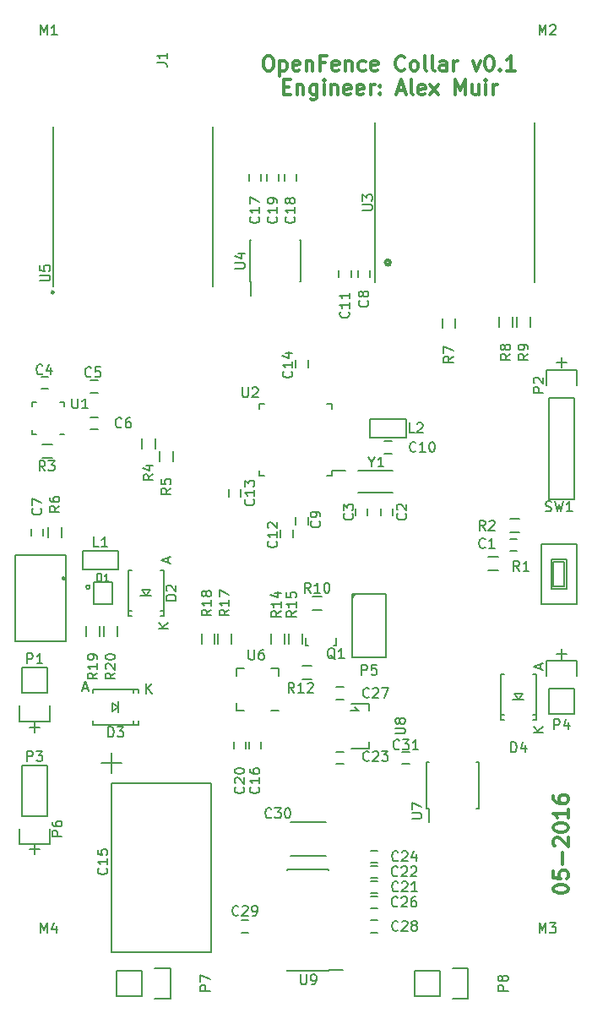
<source format=gbr>
G04 #@! TF.FileFunction,Legend,Top*
%FSLAX46Y46*%
G04 Gerber Fmt 4.6, Leading zero omitted, Abs format (unit mm)*
G04 Created by KiCad (PCBNEW 4.0.2-stable) date Sunday, 15 May 2016 11:48:40 pm*
%MOMM*%
G01*
G04 APERTURE LIST*
%ADD10C,0.100000*%
%ADD11C,0.300000*%
%ADD12C,0.200000*%
%ADD13C,0.150000*%
%ADD14C,0.203200*%
%ADD15C,0.152400*%
G04 APERTURE END LIST*
D10*
D11*
X90110571Y-121411427D02*
X90110571Y-121268570D01*
X90182000Y-121125713D01*
X90253429Y-121054284D01*
X90396286Y-120982855D01*
X90682000Y-120911427D01*
X91039143Y-120911427D01*
X91324857Y-120982855D01*
X91467714Y-121054284D01*
X91539143Y-121125713D01*
X91610571Y-121268570D01*
X91610571Y-121411427D01*
X91539143Y-121554284D01*
X91467714Y-121625713D01*
X91324857Y-121697141D01*
X91039143Y-121768570D01*
X90682000Y-121768570D01*
X90396286Y-121697141D01*
X90253429Y-121625713D01*
X90182000Y-121554284D01*
X90110571Y-121411427D01*
X90110571Y-119554284D02*
X90110571Y-120268570D01*
X90824857Y-120339999D01*
X90753429Y-120268570D01*
X90682000Y-120125713D01*
X90682000Y-119768570D01*
X90753429Y-119625713D01*
X90824857Y-119554284D01*
X90967714Y-119482856D01*
X91324857Y-119482856D01*
X91467714Y-119554284D01*
X91539143Y-119625713D01*
X91610571Y-119768570D01*
X91610571Y-120125713D01*
X91539143Y-120268570D01*
X91467714Y-120339999D01*
X91039143Y-118839999D02*
X91039143Y-117697142D01*
X90253429Y-117054285D02*
X90182000Y-116982856D01*
X90110571Y-116839999D01*
X90110571Y-116482856D01*
X90182000Y-116339999D01*
X90253429Y-116268570D01*
X90396286Y-116197142D01*
X90539143Y-116197142D01*
X90753429Y-116268570D01*
X91610571Y-117125713D01*
X91610571Y-116197142D01*
X90110571Y-115268571D02*
X90110571Y-115125714D01*
X90182000Y-114982857D01*
X90253429Y-114911428D01*
X90396286Y-114839999D01*
X90682000Y-114768571D01*
X91039143Y-114768571D01*
X91324857Y-114839999D01*
X91467714Y-114911428D01*
X91539143Y-114982857D01*
X91610571Y-115125714D01*
X91610571Y-115268571D01*
X91539143Y-115411428D01*
X91467714Y-115482857D01*
X91324857Y-115554285D01*
X91039143Y-115625714D01*
X90682000Y-115625714D01*
X90396286Y-115554285D01*
X90253429Y-115482857D01*
X90182000Y-115411428D01*
X90110571Y-115268571D01*
X91610571Y-113340000D02*
X91610571Y-114197143D01*
X91610571Y-113768571D02*
X90110571Y-113768571D01*
X90324857Y-113911428D01*
X90467714Y-114054286D01*
X90539143Y-114197143D01*
X90110571Y-112054286D02*
X90110571Y-112340000D01*
X90182000Y-112482857D01*
X90253429Y-112554286D01*
X90467714Y-112697143D01*
X90753429Y-112768572D01*
X91324857Y-112768572D01*
X91467714Y-112697143D01*
X91539143Y-112625715D01*
X91610571Y-112482857D01*
X91610571Y-112197143D01*
X91539143Y-112054286D01*
X91467714Y-111982857D01*
X91324857Y-111911429D01*
X90967714Y-111911429D01*
X90824857Y-111982857D01*
X90753429Y-112054286D01*
X90682000Y-112197143D01*
X90682000Y-112482857D01*
X90753429Y-112625715D01*
X90824857Y-112697143D01*
X90967714Y-112768572D01*
X61410001Y-37856571D02*
X61695715Y-37856571D01*
X61838573Y-37928000D01*
X61981430Y-38070857D01*
X62052858Y-38356571D01*
X62052858Y-38856571D01*
X61981430Y-39142286D01*
X61838573Y-39285143D01*
X61695715Y-39356571D01*
X61410001Y-39356571D01*
X61267144Y-39285143D01*
X61124287Y-39142286D01*
X61052858Y-38856571D01*
X61052858Y-38356571D01*
X61124287Y-38070857D01*
X61267144Y-37928000D01*
X61410001Y-37856571D01*
X62695716Y-38356571D02*
X62695716Y-39856571D01*
X62695716Y-38428000D02*
X62838573Y-38356571D01*
X63124287Y-38356571D01*
X63267144Y-38428000D01*
X63338573Y-38499429D01*
X63410002Y-38642286D01*
X63410002Y-39070857D01*
X63338573Y-39213714D01*
X63267144Y-39285143D01*
X63124287Y-39356571D01*
X62838573Y-39356571D01*
X62695716Y-39285143D01*
X64624287Y-39285143D02*
X64481430Y-39356571D01*
X64195716Y-39356571D01*
X64052859Y-39285143D01*
X63981430Y-39142286D01*
X63981430Y-38570857D01*
X64052859Y-38428000D01*
X64195716Y-38356571D01*
X64481430Y-38356571D01*
X64624287Y-38428000D01*
X64695716Y-38570857D01*
X64695716Y-38713714D01*
X63981430Y-38856571D01*
X65338573Y-38356571D02*
X65338573Y-39356571D01*
X65338573Y-38499429D02*
X65410001Y-38428000D01*
X65552859Y-38356571D01*
X65767144Y-38356571D01*
X65910001Y-38428000D01*
X65981430Y-38570857D01*
X65981430Y-39356571D01*
X67195716Y-38570857D02*
X66695716Y-38570857D01*
X66695716Y-39356571D02*
X66695716Y-37856571D01*
X67410002Y-37856571D01*
X68552858Y-39285143D02*
X68410001Y-39356571D01*
X68124287Y-39356571D01*
X67981430Y-39285143D01*
X67910001Y-39142286D01*
X67910001Y-38570857D01*
X67981430Y-38428000D01*
X68124287Y-38356571D01*
X68410001Y-38356571D01*
X68552858Y-38428000D01*
X68624287Y-38570857D01*
X68624287Y-38713714D01*
X67910001Y-38856571D01*
X69267144Y-38356571D02*
X69267144Y-39356571D01*
X69267144Y-38499429D02*
X69338572Y-38428000D01*
X69481430Y-38356571D01*
X69695715Y-38356571D01*
X69838572Y-38428000D01*
X69910001Y-38570857D01*
X69910001Y-39356571D01*
X71267144Y-39285143D02*
X71124287Y-39356571D01*
X70838573Y-39356571D01*
X70695715Y-39285143D01*
X70624287Y-39213714D01*
X70552858Y-39070857D01*
X70552858Y-38642286D01*
X70624287Y-38499429D01*
X70695715Y-38428000D01*
X70838573Y-38356571D01*
X71124287Y-38356571D01*
X71267144Y-38428000D01*
X72481429Y-39285143D02*
X72338572Y-39356571D01*
X72052858Y-39356571D01*
X71910001Y-39285143D01*
X71838572Y-39142286D01*
X71838572Y-38570857D01*
X71910001Y-38428000D01*
X72052858Y-38356571D01*
X72338572Y-38356571D01*
X72481429Y-38428000D01*
X72552858Y-38570857D01*
X72552858Y-38713714D01*
X71838572Y-38856571D01*
X75195715Y-39213714D02*
X75124286Y-39285143D01*
X74910000Y-39356571D01*
X74767143Y-39356571D01*
X74552858Y-39285143D01*
X74410000Y-39142286D01*
X74338572Y-38999429D01*
X74267143Y-38713714D01*
X74267143Y-38499429D01*
X74338572Y-38213714D01*
X74410000Y-38070857D01*
X74552858Y-37928000D01*
X74767143Y-37856571D01*
X74910000Y-37856571D01*
X75124286Y-37928000D01*
X75195715Y-37999429D01*
X76052858Y-39356571D02*
X75910000Y-39285143D01*
X75838572Y-39213714D01*
X75767143Y-39070857D01*
X75767143Y-38642286D01*
X75838572Y-38499429D01*
X75910000Y-38428000D01*
X76052858Y-38356571D01*
X76267143Y-38356571D01*
X76410000Y-38428000D01*
X76481429Y-38499429D01*
X76552858Y-38642286D01*
X76552858Y-39070857D01*
X76481429Y-39213714D01*
X76410000Y-39285143D01*
X76267143Y-39356571D01*
X76052858Y-39356571D01*
X77410001Y-39356571D02*
X77267143Y-39285143D01*
X77195715Y-39142286D01*
X77195715Y-37856571D01*
X78195715Y-39356571D02*
X78052857Y-39285143D01*
X77981429Y-39142286D01*
X77981429Y-37856571D01*
X79410000Y-39356571D02*
X79410000Y-38570857D01*
X79338571Y-38428000D01*
X79195714Y-38356571D01*
X78910000Y-38356571D01*
X78767143Y-38428000D01*
X79410000Y-39285143D02*
X79267143Y-39356571D01*
X78910000Y-39356571D01*
X78767143Y-39285143D01*
X78695714Y-39142286D01*
X78695714Y-38999429D01*
X78767143Y-38856571D01*
X78910000Y-38785143D01*
X79267143Y-38785143D01*
X79410000Y-38713714D01*
X80124286Y-39356571D02*
X80124286Y-38356571D01*
X80124286Y-38642286D02*
X80195714Y-38499429D01*
X80267143Y-38428000D01*
X80410000Y-38356571D01*
X80552857Y-38356571D01*
X82052857Y-38356571D02*
X82410000Y-39356571D01*
X82767142Y-38356571D01*
X83624285Y-37856571D02*
X83767142Y-37856571D01*
X83909999Y-37928000D01*
X83981428Y-37999429D01*
X84052857Y-38142286D01*
X84124285Y-38428000D01*
X84124285Y-38785143D01*
X84052857Y-39070857D01*
X83981428Y-39213714D01*
X83909999Y-39285143D01*
X83767142Y-39356571D01*
X83624285Y-39356571D01*
X83481428Y-39285143D01*
X83409999Y-39213714D01*
X83338571Y-39070857D01*
X83267142Y-38785143D01*
X83267142Y-38428000D01*
X83338571Y-38142286D01*
X83409999Y-37999429D01*
X83481428Y-37928000D01*
X83624285Y-37856571D01*
X84767142Y-39213714D02*
X84838570Y-39285143D01*
X84767142Y-39356571D01*
X84695713Y-39285143D01*
X84767142Y-39213714D01*
X84767142Y-39356571D01*
X86267142Y-39356571D02*
X85409999Y-39356571D01*
X85838571Y-39356571D02*
X85838571Y-37856571D01*
X85695714Y-38070857D01*
X85552856Y-38213714D01*
X85409999Y-38285143D01*
X63052858Y-40970857D02*
X63552858Y-40970857D01*
X63767144Y-41756571D02*
X63052858Y-41756571D01*
X63052858Y-40256571D01*
X63767144Y-40256571D01*
X64410001Y-40756571D02*
X64410001Y-41756571D01*
X64410001Y-40899429D02*
X64481429Y-40828000D01*
X64624287Y-40756571D01*
X64838572Y-40756571D01*
X64981429Y-40828000D01*
X65052858Y-40970857D01*
X65052858Y-41756571D01*
X66410001Y-40756571D02*
X66410001Y-41970857D01*
X66338572Y-42113714D01*
X66267144Y-42185143D01*
X66124287Y-42256571D01*
X65910001Y-42256571D01*
X65767144Y-42185143D01*
X66410001Y-41685143D02*
X66267144Y-41756571D01*
X65981430Y-41756571D01*
X65838572Y-41685143D01*
X65767144Y-41613714D01*
X65695715Y-41470857D01*
X65695715Y-41042286D01*
X65767144Y-40899429D01*
X65838572Y-40828000D01*
X65981430Y-40756571D01*
X66267144Y-40756571D01*
X66410001Y-40828000D01*
X67124287Y-41756571D02*
X67124287Y-40756571D01*
X67124287Y-40256571D02*
X67052858Y-40328000D01*
X67124287Y-40399429D01*
X67195715Y-40328000D01*
X67124287Y-40256571D01*
X67124287Y-40399429D01*
X67838573Y-40756571D02*
X67838573Y-41756571D01*
X67838573Y-40899429D02*
X67910001Y-40828000D01*
X68052859Y-40756571D01*
X68267144Y-40756571D01*
X68410001Y-40828000D01*
X68481430Y-40970857D01*
X68481430Y-41756571D01*
X69767144Y-41685143D02*
X69624287Y-41756571D01*
X69338573Y-41756571D01*
X69195716Y-41685143D01*
X69124287Y-41542286D01*
X69124287Y-40970857D01*
X69195716Y-40828000D01*
X69338573Y-40756571D01*
X69624287Y-40756571D01*
X69767144Y-40828000D01*
X69838573Y-40970857D01*
X69838573Y-41113714D01*
X69124287Y-41256571D01*
X71052858Y-41685143D02*
X70910001Y-41756571D01*
X70624287Y-41756571D01*
X70481430Y-41685143D01*
X70410001Y-41542286D01*
X70410001Y-40970857D01*
X70481430Y-40828000D01*
X70624287Y-40756571D01*
X70910001Y-40756571D01*
X71052858Y-40828000D01*
X71124287Y-40970857D01*
X71124287Y-41113714D01*
X70410001Y-41256571D01*
X71767144Y-41756571D02*
X71767144Y-40756571D01*
X71767144Y-41042286D02*
X71838572Y-40899429D01*
X71910001Y-40828000D01*
X72052858Y-40756571D01*
X72195715Y-40756571D01*
X72695715Y-41613714D02*
X72767143Y-41685143D01*
X72695715Y-41756571D01*
X72624286Y-41685143D01*
X72695715Y-41613714D01*
X72695715Y-41756571D01*
X72695715Y-40828000D02*
X72767143Y-40899429D01*
X72695715Y-40970857D01*
X72624286Y-40899429D01*
X72695715Y-40828000D01*
X72695715Y-40970857D01*
X74481429Y-41328000D02*
X75195715Y-41328000D01*
X74338572Y-41756571D02*
X74838572Y-40256571D01*
X75338572Y-41756571D01*
X76052858Y-41756571D02*
X75910000Y-41685143D01*
X75838572Y-41542286D01*
X75838572Y-40256571D01*
X77195714Y-41685143D02*
X77052857Y-41756571D01*
X76767143Y-41756571D01*
X76624286Y-41685143D01*
X76552857Y-41542286D01*
X76552857Y-40970857D01*
X76624286Y-40828000D01*
X76767143Y-40756571D01*
X77052857Y-40756571D01*
X77195714Y-40828000D01*
X77267143Y-40970857D01*
X77267143Y-41113714D01*
X76552857Y-41256571D01*
X77767143Y-41756571D02*
X78552857Y-40756571D01*
X77767143Y-40756571D02*
X78552857Y-41756571D01*
X80267143Y-41756571D02*
X80267143Y-40256571D01*
X80767143Y-41328000D01*
X81267143Y-40256571D01*
X81267143Y-41756571D01*
X82624286Y-40756571D02*
X82624286Y-41756571D01*
X81981429Y-40756571D02*
X81981429Y-41542286D01*
X82052857Y-41685143D01*
X82195715Y-41756571D01*
X82410000Y-41756571D01*
X82552857Y-41685143D01*
X82624286Y-41613714D01*
X83338572Y-41756571D02*
X83338572Y-40756571D01*
X83338572Y-40256571D02*
X83267143Y-40328000D01*
X83338572Y-40399429D01*
X83410000Y-40328000D01*
X83338572Y-40256571D01*
X83338572Y-40399429D01*
X84052858Y-41756571D02*
X84052858Y-40756571D01*
X84052858Y-41042286D02*
X84124286Y-40899429D01*
X84195715Y-40828000D01*
X84338572Y-40756571D01*
X84481429Y-40756571D01*
D12*
X90932000Y-97282000D02*
X90932000Y-98298000D01*
X91440000Y-68580000D02*
X90424000Y-68580000D01*
X90932000Y-68072000D02*
X90932000Y-69088000D01*
X91440000Y-97790000D02*
X90424000Y-97790000D01*
X38608000Y-117348000D02*
X37592000Y-117348000D01*
X38100000Y-116840000D02*
X38100000Y-117856000D01*
X37592000Y-105156000D02*
X38608000Y-105156000D01*
X38100000Y-105664000D02*
X38100000Y-105156000D01*
X38100000Y-104648000D02*
X38100000Y-105664000D01*
D13*
X85756000Y-86268000D02*
X86456000Y-86268000D01*
X86456000Y-87468000D02*
X85756000Y-87468000D01*
X72806000Y-83916000D02*
X72806000Y-83216000D01*
X74006000Y-83216000D02*
X74006000Y-83916000D01*
X70266000Y-83916000D02*
X70266000Y-83216000D01*
X71466000Y-83216000D02*
X71466000Y-83916000D01*
X39466000Y-71212000D02*
X38766000Y-71212000D01*
X38766000Y-70012000D02*
X39466000Y-70012000D01*
X43719000Y-70393000D02*
X44419000Y-70393000D01*
X44419000Y-71593000D02*
X43719000Y-71593000D01*
X43719000Y-74076000D02*
X44419000Y-74076000D01*
X44419000Y-75276000D02*
X43719000Y-75276000D01*
X37754000Y-85948000D02*
X37754000Y-85248000D01*
X38954000Y-85248000D02*
X38954000Y-85948000D01*
X70520000Y-60040000D02*
X70520000Y-59340000D01*
X71720000Y-59340000D02*
X71720000Y-60040000D01*
X65497000Y-84105000D02*
X65497000Y-84805000D01*
X64297000Y-84805000D02*
X64297000Y-84105000D01*
X73183000Y-76489000D02*
X73883000Y-76489000D01*
X73883000Y-77689000D02*
X73183000Y-77689000D01*
X68615000Y-60040000D02*
X68615000Y-59340000D01*
X69815000Y-59340000D02*
X69815000Y-60040000D01*
X63973000Y-85375000D02*
X63973000Y-86075000D01*
X62773000Y-86075000D02*
X62773000Y-85375000D01*
X58766000Y-81311000D02*
X58766000Y-82011000D01*
X57566000Y-82011000D02*
X57566000Y-81311000D01*
X64297000Y-69057000D02*
X64297000Y-68357000D01*
X65497000Y-68357000D02*
X65497000Y-69057000D01*
X60798000Y-106584000D02*
X60798000Y-107284000D01*
X59598000Y-107284000D02*
X59598000Y-106584000D01*
X59598000Y-50388000D02*
X59598000Y-49688000D01*
X60798000Y-49688000D02*
X60798000Y-50388000D01*
X63154000Y-50388000D02*
X63154000Y-49688000D01*
X64354000Y-49688000D02*
X64354000Y-50388000D01*
X61376000Y-50388000D02*
X61376000Y-49688000D01*
X62576000Y-49688000D02*
X62576000Y-50388000D01*
X59274000Y-106584000D02*
X59274000Y-107284000D01*
X58074000Y-107284000D02*
X58074000Y-106584000D01*
X71786000Y-120558000D02*
X72486000Y-120558000D01*
X72486000Y-121758000D02*
X71786000Y-121758000D01*
X71786000Y-119034000D02*
X72486000Y-119034000D01*
X72486000Y-120234000D02*
X71786000Y-120234000D01*
X68357000Y-107604000D02*
X69057000Y-107604000D01*
X69057000Y-108804000D02*
X68357000Y-108804000D01*
X71786000Y-117510000D02*
X72486000Y-117510000D01*
X72486000Y-118710000D02*
X71786000Y-118710000D01*
X71786000Y-122082000D02*
X72486000Y-122082000D01*
X72486000Y-123282000D02*
X71786000Y-123282000D01*
X69057000Y-102327000D02*
X68357000Y-102327000D01*
X68357000Y-101127000D02*
X69057000Y-101127000D01*
X71786000Y-124495000D02*
X72486000Y-124495000D01*
X72486000Y-125695000D02*
X71786000Y-125695000D01*
X59532000Y-125695000D02*
X58832000Y-125695000D01*
X58832000Y-124495000D02*
X59532000Y-124495000D01*
X63732000Y-118057000D02*
X67332000Y-118057000D01*
X67332000Y-114607000D02*
X63732000Y-114607000D01*
D14*
X43658000Y-91094000D02*
G75*
G03X43658000Y-91094000I-200000J0D01*
G01*
X44058000Y-90594000D02*
X44058000Y-92794000D01*
X44058000Y-92794000D02*
X45858000Y-92794000D01*
X45858000Y-92794000D02*
X45858000Y-90594000D01*
X45858000Y-90594000D02*
X44058000Y-90594000D01*
D13*
X46504000Y-89342000D02*
X46504000Y-87442000D01*
X42904000Y-89342000D02*
X42904000Y-87442000D01*
X46504000Y-87442000D02*
X42904000Y-87442000D01*
X42904000Y-89342000D02*
X46504000Y-89342000D01*
X75333000Y-76134000D02*
X75333000Y-74234000D01*
X71733000Y-76134000D02*
X71733000Y-74234000D01*
X75333000Y-74234000D02*
X71733000Y-74234000D01*
X71733000Y-76134000D02*
X75333000Y-76134000D01*
X41219000Y-96502000D02*
X36119000Y-96502000D01*
X36119000Y-96502000D02*
X36119000Y-87902000D01*
X36119000Y-87902000D02*
X41219000Y-87902000D01*
X41219000Y-87902000D02*
X41219000Y-96502000D01*
D11*
X41089711Y-90202000D02*
G75*
G03X41089711Y-90202000I-70711J0D01*
G01*
D13*
X70303000Y-91821000D02*
X69928000Y-92196000D01*
X70103000Y-91821000D02*
X69928000Y-91996000D01*
X69928000Y-91821000D02*
X73328000Y-91821000D01*
X69928000Y-98171000D02*
X69928000Y-91821000D01*
X73328000Y-98171000D02*
X69928000Y-98171000D01*
X73328000Y-91821000D02*
X73328000Y-98171000D01*
X68301820Y-96215200D02*
X68301820Y-96916240D01*
X68301820Y-96916240D02*
X68052900Y-96916240D01*
X65502840Y-96916240D02*
X65302180Y-96916240D01*
X65302180Y-96916240D02*
X65302180Y-96215200D01*
X84574000Y-89448000D02*
X83574000Y-89448000D01*
X83574000Y-88098000D02*
X84574000Y-88098000D01*
X86733000Y-85638000D02*
X85733000Y-85638000D01*
X85733000Y-84288000D02*
X86733000Y-84288000D01*
X39870000Y-78145000D02*
X38870000Y-78145000D01*
X38870000Y-76795000D02*
X39870000Y-76795000D01*
X50205000Y-76208000D02*
X50205000Y-77208000D01*
X48855000Y-77208000D02*
X48855000Y-76208000D01*
X51983000Y-77478000D02*
X51983000Y-78478000D01*
X50633000Y-78478000D02*
X50633000Y-77478000D01*
X40807000Y-85098000D02*
X40807000Y-86098000D01*
X39457000Y-86098000D02*
X39457000Y-85098000D01*
X80304000Y-64143000D02*
X80304000Y-65143000D01*
X78954000Y-65143000D02*
X78954000Y-64143000D01*
X86019000Y-64016000D02*
X86019000Y-65016000D01*
X84669000Y-65016000D02*
X84669000Y-64016000D01*
X86447000Y-65016000D02*
X86447000Y-64016000D01*
X87797000Y-64016000D02*
X87797000Y-65016000D01*
X65921000Y-92035000D02*
X66921000Y-92035000D01*
X66921000Y-93385000D02*
X65921000Y-93385000D01*
X65905000Y-100370000D02*
X64905000Y-100370000D01*
X64905000Y-99020000D02*
X65905000Y-99020000D01*
X63159000Y-95766000D02*
X63159000Y-96766000D01*
X61809000Y-96766000D02*
X61809000Y-95766000D01*
X64937000Y-95766000D02*
X64937000Y-96766000D01*
X63587000Y-96766000D02*
X63587000Y-95766000D01*
X57825000Y-95766000D02*
X57825000Y-96766000D01*
X56475000Y-96766000D02*
X56475000Y-95766000D01*
X56174000Y-95766000D02*
X56174000Y-96766000D01*
X54824000Y-96766000D02*
X54824000Y-95766000D01*
X90127780Y-91028890D02*
X90127780Y-88528890D01*
X90127780Y-88528890D02*
X91227780Y-88528890D01*
X91227780Y-88528890D02*
X91227780Y-91028890D01*
X91227780Y-91028890D02*
X90127780Y-91028890D01*
X91477780Y-91278890D02*
X91477780Y-88278890D01*
X89877780Y-91278890D02*
X89877780Y-88278890D01*
X89877780Y-88278890D02*
X91477780Y-88278890D01*
X89877780Y-91278890D02*
X91477780Y-91278890D01*
X92427780Y-92778890D02*
X92427780Y-86778890D01*
X88927780Y-92778890D02*
X88927780Y-86778890D01*
X88927780Y-92778890D02*
X92427780Y-92778890D01*
X88927780Y-86778890D02*
X92427780Y-86778890D01*
X67887000Y-79952000D02*
X67887000Y-79427000D01*
X60637000Y-79952000D02*
X60637000Y-79427000D01*
X60637000Y-72702000D02*
X60637000Y-73227000D01*
X67887000Y-72702000D02*
X67887000Y-73227000D01*
X67887000Y-79952000D02*
X67362000Y-79952000D01*
X67887000Y-72702000D02*
X67362000Y-72702000D01*
X60637000Y-72702000D02*
X61162000Y-72702000D01*
X60637000Y-79952000D02*
X61162000Y-79952000D01*
X67887000Y-79427000D02*
X69262000Y-79427000D01*
X59655000Y-60495000D02*
X59800000Y-60495000D01*
X59655000Y-56345000D02*
X59800000Y-56345000D01*
X64805000Y-56345000D02*
X64660000Y-56345000D01*
X64805000Y-60495000D02*
X64660000Y-60495000D01*
X59655000Y-60495000D02*
X59655000Y-56345000D01*
X64805000Y-60495000D02*
X64805000Y-56345000D01*
X59800000Y-60495000D02*
X59800000Y-61895000D01*
D11*
X39976711Y-61559000D02*
G75*
G03X39976711Y-61559000I-70711J0D01*
G01*
D13*
X40006000Y-60959000D02*
X40006000Y-44959000D01*
X56006000Y-60959000D02*
X56006000Y-44959000D01*
X58302000Y-103496000D02*
X58302000Y-102721000D01*
X62602000Y-99196000D02*
X62602000Y-99971000D01*
X58302000Y-99196000D02*
X58302000Y-99971000D01*
X62602000Y-103496000D02*
X61827000Y-103496000D01*
X62602000Y-99196000D02*
X61827000Y-99196000D01*
X58302000Y-99196000D02*
X59077000Y-99196000D01*
X58302000Y-103496000D02*
X59077000Y-103496000D01*
X77385000Y-113323000D02*
X77610000Y-113323000D01*
X77385000Y-108673000D02*
X77610000Y-108673000D01*
X82635000Y-108673000D02*
X82410000Y-108673000D01*
X82635000Y-113323000D02*
X82410000Y-113323000D01*
X77385000Y-113323000D02*
X77385000Y-108673000D01*
X82635000Y-113323000D02*
X82635000Y-108673000D01*
X77610000Y-113323000D02*
X77610000Y-114673000D01*
X70157340Y-103129080D02*
X70457060Y-103378000D01*
X70457060Y-103378000D02*
X70606920Y-103479600D01*
X70606920Y-103479600D02*
X69758560Y-103479600D01*
X71658480Y-102778560D02*
X69857620Y-102778560D01*
X71658480Y-102778560D02*
X71658480Y-103428800D01*
X71658480Y-107279440D02*
X69857620Y-107279440D01*
X71658480Y-107279440D02*
X71658480Y-106629200D01*
X67607000Y-129535000D02*
X67607000Y-129430000D01*
X63457000Y-129535000D02*
X63457000Y-129430000D01*
X63457000Y-119385000D02*
X63457000Y-119490000D01*
X67607000Y-119385000D02*
X67607000Y-119490000D01*
X67607000Y-129535000D02*
X63457000Y-129535000D01*
X67607000Y-119385000D02*
X63457000Y-119385000D01*
X67607000Y-129430000D02*
X68982000Y-129430000D01*
X70663000Y-81592600D02*
X70563000Y-81592600D01*
X70663000Y-79392600D02*
X70563000Y-79392600D01*
X73963000Y-79392600D02*
X70663000Y-79392600D01*
X73963000Y-81592600D02*
X70663000Y-81592600D01*
D11*
X73764000Y-58578000D02*
G75*
G03X73764000Y-58578000I-250000J0D01*
G01*
D13*
X72264000Y-59078000D02*
X72264000Y-60578000D01*
X72264000Y-46078000D02*
X72264000Y-44578000D01*
X88264000Y-46078000D02*
X88264000Y-44578000D01*
X88264000Y-59078000D02*
X88264000Y-60578000D01*
X72264000Y-59078000D02*
X72264000Y-46078000D01*
X88264000Y-46078000D02*
X88264000Y-59078000D01*
X74961000Y-107604000D02*
X75661000Y-107604000D01*
X75661000Y-108804000D02*
X74961000Y-108804000D01*
X43267000Y-96004000D02*
X43267000Y-95004000D01*
X44617000Y-95004000D02*
X44617000Y-96004000D01*
X46395000Y-95004000D02*
X46395000Y-96004000D01*
X45045000Y-96004000D02*
X45045000Y-95004000D01*
X49276000Y-91944000D02*
X48826000Y-91394000D01*
X48826000Y-91394000D02*
X49726000Y-91394000D01*
X49726000Y-91394000D02*
X49276000Y-91944000D01*
X48726000Y-91944000D02*
X49826000Y-91944000D01*
X51026060Y-93493140D02*
X50675540Y-93493140D01*
X47525940Y-93493140D02*
X47876460Y-93493140D01*
X51026060Y-89443560D02*
X50675540Y-89443560D01*
X51026060Y-93944440D02*
X50675540Y-93944440D01*
X47525940Y-93944440D02*
X47876460Y-93944440D01*
X47525940Y-89443560D02*
X47876460Y-89443560D01*
X51026060Y-93944440D02*
X51026060Y-89443560D01*
X47525940Y-93944440D02*
X47525940Y-89443560D01*
X46478000Y-103124000D02*
X45928000Y-103574000D01*
X45928000Y-103574000D02*
X45928000Y-102674000D01*
X45928000Y-102674000D02*
X46478000Y-103124000D01*
X46478000Y-103674000D02*
X46478000Y-102574000D01*
X48027140Y-101373940D02*
X48027140Y-101724460D01*
X48027140Y-104874060D02*
X48027140Y-104523540D01*
X43977560Y-101373940D02*
X43977560Y-101724460D01*
X48478440Y-101373940D02*
X48478440Y-101724460D01*
X48478440Y-104874060D02*
X48478440Y-104523540D01*
X43977560Y-104874060D02*
X43977560Y-104523540D01*
X48478440Y-101373940D02*
X43977560Y-101373940D01*
X48478440Y-104874060D02*
X43977560Y-104874060D01*
X86614000Y-102358000D02*
X86164000Y-101808000D01*
X86164000Y-101808000D02*
X87064000Y-101808000D01*
X87064000Y-101808000D02*
X86614000Y-102358000D01*
X86064000Y-102358000D02*
X87164000Y-102358000D01*
X88364060Y-103907140D02*
X88013540Y-103907140D01*
X84863940Y-103907140D02*
X85214460Y-103907140D01*
X88364060Y-99857560D02*
X88013540Y-99857560D01*
X88364060Y-104358440D02*
X88013540Y-104358440D01*
X84863940Y-104358440D02*
X85214460Y-104358440D01*
X84863940Y-99857560D02*
X85214460Y-99857560D01*
X88364060Y-104358440D02*
X88364060Y-99857560D01*
X84863940Y-104358440D02*
X84863940Y-99857560D01*
X45800000Y-109712000D02*
X45800000Y-107712000D01*
X44800000Y-108712000D02*
X46800000Y-108712000D01*
X45800000Y-125712000D02*
X45800000Y-127712000D01*
X45800000Y-127712000D02*
X55800000Y-127712000D01*
X55800000Y-127712000D02*
X55800000Y-125712000D01*
X45800000Y-110712000D02*
X55800000Y-110712000D01*
X55800000Y-110712000D02*
X55800000Y-125712000D01*
X45800000Y-110712000D02*
X45800000Y-125712000D01*
X89382000Y-70866000D02*
X89382000Y-69316000D01*
X89382000Y-69316000D02*
X92482000Y-69316000D01*
X92482000Y-69316000D02*
X92482000Y-70866000D01*
X92202000Y-72136000D02*
X92202000Y-82296000D01*
X92202000Y-82296000D02*
X89662000Y-82296000D01*
X89662000Y-82296000D02*
X89662000Y-72136000D01*
X92202000Y-72136000D02*
X89662000Y-72136000D01*
X36830000Y-101730000D02*
X36830000Y-99190000D01*
X36550000Y-104550000D02*
X36550000Y-103000000D01*
X36830000Y-101730000D02*
X39370000Y-101730000D01*
X39650000Y-103000000D02*
X39650000Y-104550000D01*
X39650000Y-104550000D02*
X36550000Y-104550000D01*
X39370000Y-101730000D02*
X39370000Y-99190000D01*
X39370000Y-99190000D02*
X36830000Y-99190000D01*
X92202000Y-101270000D02*
X92202000Y-103810000D01*
X92482000Y-98450000D02*
X92482000Y-100000000D01*
X92202000Y-101270000D02*
X89662000Y-101270000D01*
X89382000Y-100000000D02*
X89382000Y-98450000D01*
X89382000Y-98450000D02*
X92482000Y-98450000D01*
X89662000Y-101270000D02*
X89662000Y-103810000D01*
X89662000Y-103810000D02*
X92202000Y-103810000D01*
X39370000Y-114046000D02*
X39370000Y-108966000D01*
X39370000Y-108966000D02*
X36830000Y-108966000D01*
X36830000Y-108966000D02*
X36830000Y-114046000D01*
X36550000Y-116866000D02*
X36550000Y-115316000D01*
X36830000Y-114046000D02*
X39370000Y-114046000D01*
X39650000Y-115316000D02*
X39650000Y-116866000D01*
X39650000Y-116866000D02*
X36550000Y-116866000D01*
X48895000Y-132080000D02*
X46355000Y-132080000D01*
X51715000Y-132360000D02*
X50165000Y-132360000D01*
X48895000Y-132080000D02*
X48895000Y-129540000D01*
X50165000Y-129260000D02*
X51715000Y-129260000D01*
X51715000Y-129260000D02*
X51715000Y-132360000D01*
X48895000Y-129540000D02*
X46355000Y-129540000D01*
X46355000Y-129540000D02*
X46355000Y-132080000D01*
X78740000Y-132080000D02*
X76200000Y-132080000D01*
X81560000Y-132360000D02*
X80010000Y-132360000D01*
X78740000Y-132080000D02*
X78740000Y-129540000D01*
X80010000Y-129260000D02*
X81560000Y-129260000D01*
X81560000Y-129260000D02*
X81560000Y-132360000D01*
X78740000Y-129540000D02*
X76200000Y-129540000D01*
X76200000Y-129540000D02*
X76200000Y-132080000D01*
X41051500Y-72554500D02*
X41051500Y-72954500D01*
X41051500Y-72554500D02*
X40651500Y-72554500D01*
X37851500Y-72554500D02*
X37851500Y-72954500D01*
X37851500Y-72554500D02*
X38251500Y-72554500D01*
X37851500Y-75754500D02*
X37851500Y-75354500D01*
X37851500Y-75754500D02*
X38251500Y-75754500D01*
X41051500Y-75754500D02*
X40651500Y-75754500D01*
X83272334Y-87098143D02*
X83224715Y-87145762D01*
X83081858Y-87193381D01*
X82986620Y-87193381D01*
X82843762Y-87145762D01*
X82748524Y-87050524D01*
X82700905Y-86955286D01*
X82653286Y-86764810D01*
X82653286Y-86621952D01*
X82700905Y-86431476D01*
X82748524Y-86336238D01*
X82843762Y-86241000D01*
X82986620Y-86193381D01*
X83081858Y-86193381D01*
X83224715Y-86241000D01*
X83272334Y-86288619D01*
X84224715Y-87193381D02*
X83653286Y-87193381D01*
X83939000Y-87193381D02*
X83939000Y-86193381D01*
X83843762Y-86336238D01*
X83748524Y-86431476D01*
X83653286Y-86479095D01*
X75287143Y-83732666D02*
X75334762Y-83780285D01*
X75382381Y-83923142D01*
X75382381Y-84018380D01*
X75334762Y-84161238D01*
X75239524Y-84256476D01*
X75144286Y-84304095D01*
X74953810Y-84351714D01*
X74810952Y-84351714D01*
X74620476Y-84304095D01*
X74525238Y-84256476D01*
X74430000Y-84161238D01*
X74382381Y-84018380D01*
X74382381Y-83923142D01*
X74430000Y-83780285D01*
X74477619Y-83732666D01*
X74477619Y-83351714D02*
X74430000Y-83304095D01*
X74382381Y-83208857D01*
X74382381Y-82970761D01*
X74430000Y-82875523D01*
X74477619Y-82827904D01*
X74572857Y-82780285D01*
X74668095Y-82780285D01*
X74810952Y-82827904D01*
X75382381Y-83399333D01*
X75382381Y-82780285D01*
X69953143Y-83732666D02*
X70000762Y-83780285D01*
X70048381Y-83923142D01*
X70048381Y-84018380D01*
X70000762Y-84161238D01*
X69905524Y-84256476D01*
X69810286Y-84304095D01*
X69619810Y-84351714D01*
X69476952Y-84351714D01*
X69286476Y-84304095D01*
X69191238Y-84256476D01*
X69096000Y-84161238D01*
X69048381Y-84018380D01*
X69048381Y-83923142D01*
X69096000Y-83780285D01*
X69143619Y-83732666D01*
X69048381Y-83399333D02*
X69048381Y-82780285D01*
X69429333Y-83113619D01*
X69429333Y-82970761D01*
X69476952Y-82875523D01*
X69524571Y-82827904D01*
X69619810Y-82780285D01*
X69857905Y-82780285D01*
X69953143Y-82827904D01*
X70000762Y-82875523D01*
X70048381Y-82970761D01*
X70048381Y-83256476D01*
X70000762Y-83351714D01*
X69953143Y-83399333D01*
X38885834Y-69699143D02*
X38838215Y-69746762D01*
X38695358Y-69794381D01*
X38600120Y-69794381D01*
X38457262Y-69746762D01*
X38362024Y-69651524D01*
X38314405Y-69556286D01*
X38266786Y-69365810D01*
X38266786Y-69222952D01*
X38314405Y-69032476D01*
X38362024Y-68937238D01*
X38457262Y-68842000D01*
X38600120Y-68794381D01*
X38695358Y-68794381D01*
X38838215Y-68842000D01*
X38885834Y-68889619D01*
X39742977Y-69127714D02*
X39742977Y-69794381D01*
X39504881Y-68746762D02*
X39266786Y-69461048D01*
X39885834Y-69461048D01*
X43775334Y-69953143D02*
X43727715Y-70000762D01*
X43584858Y-70048381D01*
X43489620Y-70048381D01*
X43346762Y-70000762D01*
X43251524Y-69905524D01*
X43203905Y-69810286D01*
X43156286Y-69619810D01*
X43156286Y-69476952D01*
X43203905Y-69286476D01*
X43251524Y-69191238D01*
X43346762Y-69096000D01*
X43489620Y-69048381D01*
X43584858Y-69048381D01*
X43727715Y-69096000D01*
X43775334Y-69143619D01*
X44680096Y-69048381D02*
X44203905Y-69048381D01*
X44156286Y-69524571D01*
X44203905Y-69476952D01*
X44299143Y-69429333D01*
X44537239Y-69429333D01*
X44632477Y-69476952D01*
X44680096Y-69524571D01*
X44727715Y-69619810D01*
X44727715Y-69857905D01*
X44680096Y-69953143D01*
X44632477Y-70000762D01*
X44537239Y-70048381D01*
X44299143Y-70048381D01*
X44203905Y-70000762D01*
X44156286Y-69953143D01*
X46823334Y-75033143D02*
X46775715Y-75080762D01*
X46632858Y-75128381D01*
X46537620Y-75128381D01*
X46394762Y-75080762D01*
X46299524Y-74985524D01*
X46251905Y-74890286D01*
X46204286Y-74699810D01*
X46204286Y-74556952D01*
X46251905Y-74366476D01*
X46299524Y-74271238D01*
X46394762Y-74176000D01*
X46537620Y-74128381D01*
X46632858Y-74128381D01*
X46775715Y-74176000D01*
X46823334Y-74223619D01*
X47680477Y-74128381D02*
X47490000Y-74128381D01*
X47394762Y-74176000D01*
X47347143Y-74223619D01*
X47251905Y-74366476D01*
X47204286Y-74556952D01*
X47204286Y-74937905D01*
X47251905Y-75033143D01*
X47299524Y-75080762D01*
X47394762Y-75128381D01*
X47585239Y-75128381D01*
X47680477Y-75080762D01*
X47728096Y-75033143D01*
X47775715Y-74937905D01*
X47775715Y-74699810D01*
X47728096Y-74604571D01*
X47680477Y-74556952D01*
X47585239Y-74509333D01*
X47394762Y-74509333D01*
X47299524Y-74556952D01*
X47251905Y-74604571D01*
X47204286Y-74699810D01*
X38711143Y-83224666D02*
X38758762Y-83272285D01*
X38806381Y-83415142D01*
X38806381Y-83510380D01*
X38758762Y-83653238D01*
X38663524Y-83748476D01*
X38568286Y-83796095D01*
X38377810Y-83843714D01*
X38234952Y-83843714D01*
X38044476Y-83796095D01*
X37949238Y-83748476D01*
X37854000Y-83653238D01*
X37806381Y-83510380D01*
X37806381Y-83415142D01*
X37854000Y-83272285D01*
X37901619Y-83224666D01*
X37806381Y-82891333D02*
X37806381Y-82224666D01*
X38806381Y-82653238D01*
X71477143Y-62396666D02*
X71524762Y-62444285D01*
X71572381Y-62587142D01*
X71572381Y-62682380D01*
X71524762Y-62825238D01*
X71429524Y-62920476D01*
X71334286Y-62968095D01*
X71143810Y-63015714D01*
X71000952Y-63015714D01*
X70810476Y-62968095D01*
X70715238Y-62920476D01*
X70620000Y-62825238D01*
X70572381Y-62682380D01*
X70572381Y-62587142D01*
X70620000Y-62444285D01*
X70667619Y-62396666D01*
X71000952Y-61825238D02*
X70953333Y-61920476D01*
X70905714Y-61968095D01*
X70810476Y-62015714D01*
X70762857Y-62015714D01*
X70667619Y-61968095D01*
X70620000Y-61920476D01*
X70572381Y-61825238D01*
X70572381Y-61634761D01*
X70620000Y-61539523D01*
X70667619Y-61491904D01*
X70762857Y-61444285D01*
X70810476Y-61444285D01*
X70905714Y-61491904D01*
X70953333Y-61539523D01*
X71000952Y-61634761D01*
X71000952Y-61825238D01*
X71048571Y-61920476D01*
X71096190Y-61968095D01*
X71191429Y-62015714D01*
X71381905Y-62015714D01*
X71477143Y-61968095D01*
X71524762Y-61920476D01*
X71572381Y-61825238D01*
X71572381Y-61634761D01*
X71524762Y-61539523D01*
X71477143Y-61491904D01*
X71381905Y-61444285D01*
X71191429Y-61444285D01*
X71096190Y-61491904D01*
X71048571Y-61539523D01*
X71000952Y-61634761D01*
X66651143Y-84494666D02*
X66698762Y-84542285D01*
X66746381Y-84685142D01*
X66746381Y-84780380D01*
X66698762Y-84923238D01*
X66603524Y-85018476D01*
X66508286Y-85066095D01*
X66317810Y-85113714D01*
X66174952Y-85113714D01*
X65984476Y-85066095D01*
X65889238Y-85018476D01*
X65794000Y-84923238D01*
X65746381Y-84780380D01*
X65746381Y-84685142D01*
X65794000Y-84542285D01*
X65841619Y-84494666D01*
X66746381Y-84018476D02*
X66746381Y-83828000D01*
X66698762Y-83732761D01*
X66651143Y-83685142D01*
X66508286Y-83589904D01*
X66317810Y-83542285D01*
X65936857Y-83542285D01*
X65841619Y-83589904D01*
X65794000Y-83637523D01*
X65746381Y-83732761D01*
X65746381Y-83923238D01*
X65794000Y-84018476D01*
X65841619Y-84066095D01*
X65936857Y-84113714D01*
X66174952Y-84113714D01*
X66270190Y-84066095D01*
X66317810Y-84018476D01*
X66365429Y-83923238D01*
X66365429Y-83732761D01*
X66317810Y-83637523D01*
X66270190Y-83589904D01*
X66174952Y-83542285D01*
X76319143Y-77446143D02*
X76271524Y-77493762D01*
X76128667Y-77541381D01*
X76033429Y-77541381D01*
X75890571Y-77493762D01*
X75795333Y-77398524D01*
X75747714Y-77303286D01*
X75700095Y-77112810D01*
X75700095Y-76969952D01*
X75747714Y-76779476D01*
X75795333Y-76684238D01*
X75890571Y-76589000D01*
X76033429Y-76541381D01*
X76128667Y-76541381D01*
X76271524Y-76589000D01*
X76319143Y-76636619D01*
X77271524Y-77541381D02*
X76700095Y-77541381D01*
X76985809Y-77541381D02*
X76985809Y-76541381D01*
X76890571Y-76684238D01*
X76795333Y-76779476D01*
X76700095Y-76827095D01*
X77890571Y-76541381D02*
X77985810Y-76541381D01*
X78081048Y-76589000D01*
X78128667Y-76636619D01*
X78176286Y-76731857D01*
X78223905Y-76922333D01*
X78223905Y-77160429D01*
X78176286Y-77350905D01*
X78128667Y-77446143D01*
X78081048Y-77493762D01*
X77985810Y-77541381D01*
X77890571Y-77541381D01*
X77795333Y-77493762D01*
X77747714Y-77446143D01*
X77700095Y-77350905D01*
X77652476Y-77160429D01*
X77652476Y-76922333D01*
X77700095Y-76731857D01*
X77747714Y-76636619D01*
X77795333Y-76589000D01*
X77890571Y-76541381D01*
X69572143Y-63507857D02*
X69619762Y-63555476D01*
X69667381Y-63698333D01*
X69667381Y-63793571D01*
X69619762Y-63936429D01*
X69524524Y-64031667D01*
X69429286Y-64079286D01*
X69238810Y-64126905D01*
X69095952Y-64126905D01*
X68905476Y-64079286D01*
X68810238Y-64031667D01*
X68715000Y-63936429D01*
X68667381Y-63793571D01*
X68667381Y-63698333D01*
X68715000Y-63555476D01*
X68762619Y-63507857D01*
X69667381Y-62555476D02*
X69667381Y-63126905D01*
X69667381Y-62841191D02*
X68667381Y-62841191D01*
X68810238Y-62936429D01*
X68905476Y-63031667D01*
X68953095Y-63126905D01*
X69667381Y-61603095D02*
X69667381Y-62174524D01*
X69667381Y-61888810D02*
X68667381Y-61888810D01*
X68810238Y-61984048D01*
X68905476Y-62079286D01*
X68953095Y-62174524D01*
X62333143Y-86494857D02*
X62380762Y-86542476D01*
X62428381Y-86685333D01*
X62428381Y-86780571D01*
X62380762Y-86923429D01*
X62285524Y-87018667D01*
X62190286Y-87066286D01*
X61999810Y-87113905D01*
X61856952Y-87113905D01*
X61666476Y-87066286D01*
X61571238Y-87018667D01*
X61476000Y-86923429D01*
X61428381Y-86780571D01*
X61428381Y-86685333D01*
X61476000Y-86542476D01*
X61523619Y-86494857D01*
X62428381Y-85542476D02*
X62428381Y-86113905D01*
X62428381Y-85828191D02*
X61428381Y-85828191D01*
X61571238Y-85923429D01*
X61666476Y-86018667D01*
X61714095Y-86113905D01*
X61523619Y-85161524D02*
X61476000Y-85113905D01*
X61428381Y-85018667D01*
X61428381Y-84780571D01*
X61476000Y-84685333D01*
X61523619Y-84637714D01*
X61618857Y-84590095D01*
X61714095Y-84590095D01*
X61856952Y-84637714D01*
X62428381Y-85209143D01*
X62428381Y-84590095D01*
X60047143Y-82303857D02*
X60094762Y-82351476D01*
X60142381Y-82494333D01*
X60142381Y-82589571D01*
X60094762Y-82732429D01*
X59999524Y-82827667D01*
X59904286Y-82875286D01*
X59713810Y-82922905D01*
X59570952Y-82922905D01*
X59380476Y-82875286D01*
X59285238Y-82827667D01*
X59190000Y-82732429D01*
X59142381Y-82589571D01*
X59142381Y-82494333D01*
X59190000Y-82351476D01*
X59237619Y-82303857D01*
X60142381Y-81351476D02*
X60142381Y-81922905D01*
X60142381Y-81637191D02*
X59142381Y-81637191D01*
X59285238Y-81732429D01*
X59380476Y-81827667D01*
X59428095Y-81922905D01*
X59142381Y-81018143D02*
X59142381Y-80399095D01*
X59523333Y-80732429D01*
X59523333Y-80589571D01*
X59570952Y-80494333D01*
X59618571Y-80446714D01*
X59713810Y-80399095D01*
X59951905Y-80399095D01*
X60047143Y-80446714D01*
X60094762Y-80494333D01*
X60142381Y-80589571D01*
X60142381Y-80875286D01*
X60094762Y-80970524D01*
X60047143Y-81018143D01*
X63857143Y-69476857D02*
X63904762Y-69524476D01*
X63952381Y-69667333D01*
X63952381Y-69762571D01*
X63904762Y-69905429D01*
X63809524Y-70000667D01*
X63714286Y-70048286D01*
X63523810Y-70095905D01*
X63380952Y-70095905D01*
X63190476Y-70048286D01*
X63095238Y-70000667D01*
X63000000Y-69905429D01*
X62952381Y-69762571D01*
X62952381Y-69667333D01*
X63000000Y-69524476D01*
X63047619Y-69476857D01*
X63952381Y-68524476D02*
X63952381Y-69095905D01*
X63952381Y-68810191D02*
X62952381Y-68810191D01*
X63095238Y-68905429D01*
X63190476Y-69000667D01*
X63238095Y-69095905D01*
X63285714Y-67667333D02*
X63952381Y-67667333D01*
X62904762Y-67905429D02*
X63619048Y-68143524D01*
X63619048Y-67524476D01*
X60555143Y-111132857D02*
X60602762Y-111180476D01*
X60650381Y-111323333D01*
X60650381Y-111418571D01*
X60602762Y-111561429D01*
X60507524Y-111656667D01*
X60412286Y-111704286D01*
X60221810Y-111751905D01*
X60078952Y-111751905D01*
X59888476Y-111704286D01*
X59793238Y-111656667D01*
X59698000Y-111561429D01*
X59650381Y-111418571D01*
X59650381Y-111323333D01*
X59698000Y-111180476D01*
X59745619Y-111132857D01*
X60650381Y-110180476D02*
X60650381Y-110751905D01*
X60650381Y-110466191D02*
X59650381Y-110466191D01*
X59793238Y-110561429D01*
X59888476Y-110656667D01*
X59936095Y-110751905D01*
X59650381Y-109323333D02*
X59650381Y-109513810D01*
X59698000Y-109609048D01*
X59745619Y-109656667D01*
X59888476Y-109751905D01*
X60078952Y-109799524D01*
X60459905Y-109799524D01*
X60555143Y-109751905D01*
X60602762Y-109704286D01*
X60650381Y-109609048D01*
X60650381Y-109418571D01*
X60602762Y-109323333D01*
X60555143Y-109275714D01*
X60459905Y-109228095D01*
X60221810Y-109228095D01*
X60126571Y-109275714D01*
X60078952Y-109323333D01*
X60031333Y-109418571D01*
X60031333Y-109609048D01*
X60078952Y-109704286D01*
X60126571Y-109751905D01*
X60221810Y-109799524D01*
X60555143Y-53982857D02*
X60602762Y-54030476D01*
X60650381Y-54173333D01*
X60650381Y-54268571D01*
X60602762Y-54411429D01*
X60507524Y-54506667D01*
X60412286Y-54554286D01*
X60221810Y-54601905D01*
X60078952Y-54601905D01*
X59888476Y-54554286D01*
X59793238Y-54506667D01*
X59698000Y-54411429D01*
X59650381Y-54268571D01*
X59650381Y-54173333D01*
X59698000Y-54030476D01*
X59745619Y-53982857D01*
X60650381Y-53030476D02*
X60650381Y-53601905D01*
X60650381Y-53316191D02*
X59650381Y-53316191D01*
X59793238Y-53411429D01*
X59888476Y-53506667D01*
X59936095Y-53601905D01*
X59650381Y-52697143D02*
X59650381Y-52030476D01*
X60650381Y-52459048D01*
X64111143Y-53982857D02*
X64158762Y-54030476D01*
X64206381Y-54173333D01*
X64206381Y-54268571D01*
X64158762Y-54411429D01*
X64063524Y-54506667D01*
X63968286Y-54554286D01*
X63777810Y-54601905D01*
X63634952Y-54601905D01*
X63444476Y-54554286D01*
X63349238Y-54506667D01*
X63254000Y-54411429D01*
X63206381Y-54268571D01*
X63206381Y-54173333D01*
X63254000Y-54030476D01*
X63301619Y-53982857D01*
X64206381Y-53030476D02*
X64206381Y-53601905D01*
X64206381Y-53316191D02*
X63206381Y-53316191D01*
X63349238Y-53411429D01*
X63444476Y-53506667D01*
X63492095Y-53601905D01*
X63634952Y-52459048D02*
X63587333Y-52554286D01*
X63539714Y-52601905D01*
X63444476Y-52649524D01*
X63396857Y-52649524D01*
X63301619Y-52601905D01*
X63254000Y-52554286D01*
X63206381Y-52459048D01*
X63206381Y-52268571D01*
X63254000Y-52173333D01*
X63301619Y-52125714D01*
X63396857Y-52078095D01*
X63444476Y-52078095D01*
X63539714Y-52125714D01*
X63587333Y-52173333D01*
X63634952Y-52268571D01*
X63634952Y-52459048D01*
X63682571Y-52554286D01*
X63730190Y-52601905D01*
X63825429Y-52649524D01*
X64015905Y-52649524D01*
X64111143Y-52601905D01*
X64158762Y-52554286D01*
X64206381Y-52459048D01*
X64206381Y-52268571D01*
X64158762Y-52173333D01*
X64111143Y-52125714D01*
X64015905Y-52078095D01*
X63825429Y-52078095D01*
X63730190Y-52125714D01*
X63682571Y-52173333D01*
X63634952Y-52268571D01*
X62333143Y-53982857D02*
X62380762Y-54030476D01*
X62428381Y-54173333D01*
X62428381Y-54268571D01*
X62380762Y-54411429D01*
X62285524Y-54506667D01*
X62190286Y-54554286D01*
X61999810Y-54601905D01*
X61856952Y-54601905D01*
X61666476Y-54554286D01*
X61571238Y-54506667D01*
X61476000Y-54411429D01*
X61428381Y-54268571D01*
X61428381Y-54173333D01*
X61476000Y-54030476D01*
X61523619Y-53982857D01*
X62428381Y-53030476D02*
X62428381Y-53601905D01*
X62428381Y-53316191D02*
X61428381Y-53316191D01*
X61571238Y-53411429D01*
X61666476Y-53506667D01*
X61714095Y-53601905D01*
X62428381Y-52554286D02*
X62428381Y-52363810D01*
X62380762Y-52268571D01*
X62333143Y-52220952D01*
X62190286Y-52125714D01*
X61999810Y-52078095D01*
X61618857Y-52078095D01*
X61523619Y-52125714D01*
X61476000Y-52173333D01*
X61428381Y-52268571D01*
X61428381Y-52459048D01*
X61476000Y-52554286D01*
X61523619Y-52601905D01*
X61618857Y-52649524D01*
X61856952Y-52649524D01*
X61952190Y-52601905D01*
X61999810Y-52554286D01*
X62047429Y-52459048D01*
X62047429Y-52268571D01*
X61999810Y-52173333D01*
X61952190Y-52125714D01*
X61856952Y-52078095D01*
X59031143Y-111132857D02*
X59078762Y-111180476D01*
X59126381Y-111323333D01*
X59126381Y-111418571D01*
X59078762Y-111561429D01*
X58983524Y-111656667D01*
X58888286Y-111704286D01*
X58697810Y-111751905D01*
X58554952Y-111751905D01*
X58364476Y-111704286D01*
X58269238Y-111656667D01*
X58174000Y-111561429D01*
X58126381Y-111418571D01*
X58126381Y-111323333D01*
X58174000Y-111180476D01*
X58221619Y-111132857D01*
X58221619Y-110751905D02*
X58174000Y-110704286D01*
X58126381Y-110609048D01*
X58126381Y-110370952D01*
X58174000Y-110275714D01*
X58221619Y-110228095D01*
X58316857Y-110180476D01*
X58412095Y-110180476D01*
X58554952Y-110228095D01*
X59126381Y-110799524D01*
X59126381Y-110180476D01*
X58126381Y-109561429D02*
X58126381Y-109466190D01*
X58174000Y-109370952D01*
X58221619Y-109323333D01*
X58316857Y-109275714D01*
X58507333Y-109228095D01*
X58745429Y-109228095D01*
X58935905Y-109275714D01*
X59031143Y-109323333D01*
X59078762Y-109370952D01*
X59126381Y-109466190D01*
X59126381Y-109561429D01*
X59078762Y-109656667D01*
X59031143Y-109704286D01*
X58935905Y-109751905D01*
X58745429Y-109799524D01*
X58507333Y-109799524D01*
X58316857Y-109751905D01*
X58221619Y-109704286D01*
X58174000Y-109656667D01*
X58126381Y-109561429D01*
X74541143Y-121515143D02*
X74493524Y-121562762D01*
X74350667Y-121610381D01*
X74255429Y-121610381D01*
X74112571Y-121562762D01*
X74017333Y-121467524D01*
X73969714Y-121372286D01*
X73922095Y-121181810D01*
X73922095Y-121038952D01*
X73969714Y-120848476D01*
X74017333Y-120753238D01*
X74112571Y-120658000D01*
X74255429Y-120610381D01*
X74350667Y-120610381D01*
X74493524Y-120658000D01*
X74541143Y-120705619D01*
X74922095Y-120705619D02*
X74969714Y-120658000D01*
X75064952Y-120610381D01*
X75303048Y-120610381D01*
X75398286Y-120658000D01*
X75445905Y-120705619D01*
X75493524Y-120800857D01*
X75493524Y-120896095D01*
X75445905Y-121038952D01*
X74874476Y-121610381D01*
X75493524Y-121610381D01*
X76445905Y-121610381D02*
X75874476Y-121610381D01*
X76160190Y-121610381D02*
X76160190Y-120610381D01*
X76064952Y-120753238D01*
X75969714Y-120848476D01*
X75874476Y-120896095D01*
X74493143Y-119991143D02*
X74445524Y-120038762D01*
X74302667Y-120086381D01*
X74207429Y-120086381D01*
X74064571Y-120038762D01*
X73969333Y-119943524D01*
X73921714Y-119848286D01*
X73874095Y-119657810D01*
X73874095Y-119514952D01*
X73921714Y-119324476D01*
X73969333Y-119229238D01*
X74064571Y-119134000D01*
X74207429Y-119086381D01*
X74302667Y-119086381D01*
X74445524Y-119134000D01*
X74493143Y-119181619D01*
X74874095Y-119181619D02*
X74921714Y-119134000D01*
X75016952Y-119086381D01*
X75255048Y-119086381D01*
X75350286Y-119134000D01*
X75397905Y-119181619D01*
X75445524Y-119276857D01*
X75445524Y-119372095D01*
X75397905Y-119514952D01*
X74826476Y-120086381D01*
X75445524Y-120086381D01*
X75826476Y-119181619D02*
X75874095Y-119134000D01*
X75969333Y-119086381D01*
X76207429Y-119086381D01*
X76302667Y-119134000D01*
X76350286Y-119181619D01*
X76397905Y-119276857D01*
X76397905Y-119372095D01*
X76350286Y-119514952D01*
X75778857Y-120086381D01*
X76397905Y-120086381D01*
X71620143Y-108434143D02*
X71572524Y-108481762D01*
X71429667Y-108529381D01*
X71334429Y-108529381D01*
X71191571Y-108481762D01*
X71096333Y-108386524D01*
X71048714Y-108291286D01*
X71001095Y-108100810D01*
X71001095Y-107957952D01*
X71048714Y-107767476D01*
X71096333Y-107672238D01*
X71191571Y-107577000D01*
X71334429Y-107529381D01*
X71429667Y-107529381D01*
X71572524Y-107577000D01*
X71620143Y-107624619D01*
X72001095Y-107624619D02*
X72048714Y-107577000D01*
X72143952Y-107529381D01*
X72382048Y-107529381D01*
X72477286Y-107577000D01*
X72524905Y-107624619D01*
X72572524Y-107719857D01*
X72572524Y-107815095D01*
X72524905Y-107957952D01*
X71953476Y-108529381D01*
X72572524Y-108529381D01*
X72905857Y-107529381D02*
X73524905Y-107529381D01*
X73191571Y-107910333D01*
X73334429Y-107910333D01*
X73429667Y-107957952D01*
X73477286Y-108005571D01*
X73524905Y-108100810D01*
X73524905Y-108338905D01*
X73477286Y-108434143D01*
X73429667Y-108481762D01*
X73334429Y-108529381D01*
X73048714Y-108529381D01*
X72953476Y-108481762D01*
X72905857Y-108434143D01*
X74541143Y-118467143D02*
X74493524Y-118514762D01*
X74350667Y-118562381D01*
X74255429Y-118562381D01*
X74112571Y-118514762D01*
X74017333Y-118419524D01*
X73969714Y-118324286D01*
X73922095Y-118133810D01*
X73922095Y-117990952D01*
X73969714Y-117800476D01*
X74017333Y-117705238D01*
X74112571Y-117610000D01*
X74255429Y-117562381D01*
X74350667Y-117562381D01*
X74493524Y-117610000D01*
X74541143Y-117657619D01*
X74922095Y-117657619D02*
X74969714Y-117610000D01*
X75064952Y-117562381D01*
X75303048Y-117562381D01*
X75398286Y-117610000D01*
X75445905Y-117657619D01*
X75493524Y-117752857D01*
X75493524Y-117848095D01*
X75445905Y-117990952D01*
X74874476Y-118562381D01*
X75493524Y-118562381D01*
X76350667Y-117895714D02*
X76350667Y-118562381D01*
X76112571Y-117514762D02*
X75874476Y-118229048D01*
X76493524Y-118229048D01*
X74493143Y-123039143D02*
X74445524Y-123086762D01*
X74302667Y-123134381D01*
X74207429Y-123134381D01*
X74064571Y-123086762D01*
X73969333Y-122991524D01*
X73921714Y-122896286D01*
X73874095Y-122705810D01*
X73874095Y-122562952D01*
X73921714Y-122372476D01*
X73969333Y-122277238D01*
X74064571Y-122182000D01*
X74207429Y-122134381D01*
X74302667Y-122134381D01*
X74445524Y-122182000D01*
X74493143Y-122229619D01*
X74874095Y-122229619D02*
X74921714Y-122182000D01*
X75016952Y-122134381D01*
X75255048Y-122134381D01*
X75350286Y-122182000D01*
X75397905Y-122229619D01*
X75445524Y-122324857D01*
X75445524Y-122420095D01*
X75397905Y-122562952D01*
X74826476Y-123134381D01*
X75445524Y-123134381D01*
X76302667Y-122134381D02*
X76112190Y-122134381D01*
X76016952Y-122182000D01*
X75969333Y-122229619D01*
X75874095Y-122372476D01*
X75826476Y-122562952D01*
X75826476Y-122943905D01*
X75874095Y-123039143D01*
X75921714Y-123086762D01*
X76016952Y-123134381D01*
X76207429Y-123134381D01*
X76302667Y-123086762D01*
X76350286Y-123039143D01*
X76397905Y-122943905D01*
X76397905Y-122705810D01*
X76350286Y-122610571D01*
X76302667Y-122562952D01*
X76207429Y-122515333D01*
X76016952Y-122515333D01*
X75921714Y-122562952D01*
X75874095Y-122610571D01*
X75826476Y-122705810D01*
X71620143Y-102084143D02*
X71572524Y-102131762D01*
X71429667Y-102179381D01*
X71334429Y-102179381D01*
X71191571Y-102131762D01*
X71096333Y-102036524D01*
X71048714Y-101941286D01*
X71001095Y-101750810D01*
X71001095Y-101607952D01*
X71048714Y-101417476D01*
X71096333Y-101322238D01*
X71191571Y-101227000D01*
X71334429Y-101179381D01*
X71429667Y-101179381D01*
X71572524Y-101227000D01*
X71620143Y-101274619D01*
X72001095Y-101274619D02*
X72048714Y-101227000D01*
X72143952Y-101179381D01*
X72382048Y-101179381D01*
X72477286Y-101227000D01*
X72524905Y-101274619D01*
X72572524Y-101369857D01*
X72572524Y-101465095D01*
X72524905Y-101607952D01*
X71953476Y-102179381D01*
X72572524Y-102179381D01*
X72905857Y-101179381D02*
X73572524Y-101179381D01*
X73143952Y-102179381D01*
X74541143Y-125452143D02*
X74493524Y-125499762D01*
X74350667Y-125547381D01*
X74255429Y-125547381D01*
X74112571Y-125499762D01*
X74017333Y-125404524D01*
X73969714Y-125309286D01*
X73922095Y-125118810D01*
X73922095Y-124975952D01*
X73969714Y-124785476D01*
X74017333Y-124690238D01*
X74112571Y-124595000D01*
X74255429Y-124547381D01*
X74350667Y-124547381D01*
X74493524Y-124595000D01*
X74541143Y-124642619D01*
X74922095Y-124642619D02*
X74969714Y-124595000D01*
X75064952Y-124547381D01*
X75303048Y-124547381D01*
X75398286Y-124595000D01*
X75445905Y-124642619D01*
X75493524Y-124737857D01*
X75493524Y-124833095D01*
X75445905Y-124975952D01*
X74874476Y-125547381D01*
X75493524Y-125547381D01*
X76064952Y-124975952D02*
X75969714Y-124928333D01*
X75922095Y-124880714D01*
X75874476Y-124785476D01*
X75874476Y-124737857D01*
X75922095Y-124642619D01*
X75969714Y-124595000D01*
X76064952Y-124547381D01*
X76255429Y-124547381D01*
X76350667Y-124595000D01*
X76398286Y-124642619D01*
X76445905Y-124737857D01*
X76445905Y-124785476D01*
X76398286Y-124880714D01*
X76350667Y-124928333D01*
X76255429Y-124975952D01*
X76064952Y-124975952D01*
X75969714Y-125023571D01*
X75922095Y-125071190D01*
X75874476Y-125166429D01*
X75874476Y-125356905D01*
X75922095Y-125452143D01*
X75969714Y-125499762D01*
X76064952Y-125547381D01*
X76255429Y-125547381D01*
X76350667Y-125499762D01*
X76398286Y-125452143D01*
X76445905Y-125356905D01*
X76445905Y-125166429D01*
X76398286Y-125071190D01*
X76350667Y-125023571D01*
X76255429Y-124975952D01*
X58539143Y-123928143D02*
X58491524Y-123975762D01*
X58348667Y-124023381D01*
X58253429Y-124023381D01*
X58110571Y-123975762D01*
X58015333Y-123880524D01*
X57967714Y-123785286D01*
X57920095Y-123594810D01*
X57920095Y-123451952D01*
X57967714Y-123261476D01*
X58015333Y-123166238D01*
X58110571Y-123071000D01*
X58253429Y-123023381D01*
X58348667Y-123023381D01*
X58491524Y-123071000D01*
X58539143Y-123118619D01*
X58920095Y-123118619D02*
X58967714Y-123071000D01*
X59062952Y-123023381D01*
X59301048Y-123023381D01*
X59396286Y-123071000D01*
X59443905Y-123118619D01*
X59491524Y-123213857D01*
X59491524Y-123309095D01*
X59443905Y-123451952D01*
X58872476Y-124023381D01*
X59491524Y-124023381D01*
X59967714Y-124023381D02*
X60158190Y-124023381D01*
X60253429Y-123975762D01*
X60301048Y-123928143D01*
X60396286Y-123785286D01*
X60443905Y-123594810D01*
X60443905Y-123213857D01*
X60396286Y-123118619D01*
X60348667Y-123071000D01*
X60253429Y-123023381D01*
X60062952Y-123023381D01*
X59967714Y-123071000D01*
X59920095Y-123118619D01*
X59872476Y-123213857D01*
X59872476Y-123451952D01*
X59920095Y-123547190D01*
X59967714Y-123594810D01*
X60062952Y-123642429D01*
X60253429Y-123642429D01*
X60348667Y-123594810D01*
X60396286Y-123547190D01*
X60443905Y-123451952D01*
X61841143Y-114149143D02*
X61793524Y-114196762D01*
X61650667Y-114244381D01*
X61555429Y-114244381D01*
X61412571Y-114196762D01*
X61317333Y-114101524D01*
X61269714Y-114006286D01*
X61222095Y-113815810D01*
X61222095Y-113672952D01*
X61269714Y-113482476D01*
X61317333Y-113387238D01*
X61412571Y-113292000D01*
X61555429Y-113244381D01*
X61650667Y-113244381D01*
X61793524Y-113292000D01*
X61841143Y-113339619D01*
X62174476Y-113244381D02*
X62793524Y-113244381D01*
X62460190Y-113625333D01*
X62603048Y-113625333D01*
X62698286Y-113672952D01*
X62745905Y-113720571D01*
X62793524Y-113815810D01*
X62793524Y-114053905D01*
X62745905Y-114149143D01*
X62698286Y-114196762D01*
X62603048Y-114244381D01*
X62317333Y-114244381D01*
X62222095Y-114196762D01*
X62174476Y-114149143D01*
X63412571Y-113244381D02*
X63507810Y-113244381D01*
X63603048Y-113292000D01*
X63650667Y-113339619D01*
X63698286Y-113434857D01*
X63745905Y-113625333D01*
X63745905Y-113863429D01*
X63698286Y-114053905D01*
X63650667Y-114149143D01*
X63603048Y-114196762D01*
X63507810Y-114244381D01*
X63412571Y-114244381D01*
X63317333Y-114196762D01*
X63269714Y-114149143D01*
X63222095Y-114053905D01*
X63174476Y-113863429D01*
X63174476Y-113625333D01*
X63222095Y-113434857D01*
X63269714Y-113339619D01*
X63317333Y-113292000D01*
X63412571Y-113244381D01*
D15*
X44395572Y-90514714D02*
X44395572Y-89752714D01*
X44577000Y-89752714D01*
X44685857Y-89789000D01*
X44758429Y-89861571D01*
X44794714Y-89934143D01*
X44831000Y-90079286D01*
X44831000Y-90188143D01*
X44794714Y-90333286D01*
X44758429Y-90405857D01*
X44685857Y-90478429D01*
X44577000Y-90514714D01*
X44395572Y-90514714D01*
X45556714Y-90514714D02*
X45121286Y-90514714D01*
X45339000Y-90514714D02*
X45339000Y-89752714D01*
X45266429Y-89861571D01*
X45193857Y-89934143D01*
X45121286Y-89970429D01*
D13*
X50379381Y-38560333D02*
X51093667Y-38560333D01*
X51236524Y-38607953D01*
X51331762Y-38703191D01*
X51379381Y-38846048D01*
X51379381Y-38941286D01*
X51379381Y-37560333D02*
X51379381Y-38131762D01*
X51379381Y-37846048D02*
X50379381Y-37846048D01*
X50522238Y-37941286D01*
X50617476Y-38036524D01*
X50665095Y-38131762D01*
X44537334Y-87066381D02*
X44061143Y-87066381D01*
X44061143Y-86066381D01*
X45394477Y-87066381D02*
X44823048Y-87066381D01*
X45108762Y-87066381D02*
X45108762Y-86066381D01*
X45013524Y-86209238D01*
X44918286Y-86304476D01*
X44823048Y-86352095D01*
X76160334Y-75636381D02*
X75684143Y-75636381D01*
X75684143Y-74636381D01*
X76446048Y-74731619D02*
X76493667Y-74684000D01*
X76588905Y-74636381D01*
X76827001Y-74636381D01*
X76922239Y-74684000D01*
X76969858Y-74731619D01*
X77017477Y-74826857D01*
X77017477Y-74922095D01*
X76969858Y-75064952D01*
X76398429Y-75636381D01*
X77017477Y-75636381D01*
X38690476Y-35752381D02*
X38690476Y-34752381D01*
X39023810Y-35466667D01*
X39357143Y-34752381D01*
X39357143Y-35752381D01*
X40357143Y-35752381D02*
X39785714Y-35752381D01*
X40071428Y-35752381D02*
X40071428Y-34752381D01*
X39976190Y-34895238D01*
X39880952Y-34990476D01*
X39785714Y-35038095D01*
X88690476Y-35752381D02*
X88690476Y-34752381D01*
X89023810Y-35466667D01*
X89357143Y-34752381D01*
X89357143Y-35752381D01*
X89785714Y-34847619D02*
X89833333Y-34800000D01*
X89928571Y-34752381D01*
X90166667Y-34752381D01*
X90261905Y-34800000D01*
X90309524Y-34847619D01*
X90357143Y-34942857D01*
X90357143Y-35038095D01*
X90309524Y-35180952D01*
X89738095Y-35752381D01*
X90357143Y-35752381D01*
X88690476Y-125752381D02*
X88690476Y-124752381D01*
X89023810Y-125466667D01*
X89357143Y-124752381D01*
X89357143Y-125752381D01*
X89738095Y-124752381D02*
X90357143Y-124752381D01*
X90023809Y-125133333D01*
X90166667Y-125133333D01*
X90261905Y-125180952D01*
X90309524Y-125228571D01*
X90357143Y-125323810D01*
X90357143Y-125561905D01*
X90309524Y-125657143D01*
X90261905Y-125704762D01*
X90166667Y-125752381D01*
X89880952Y-125752381D01*
X89785714Y-125704762D01*
X89738095Y-125657143D01*
X38690476Y-125752381D02*
X38690476Y-124752381D01*
X39023810Y-125466667D01*
X39357143Y-124752381D01*
X39357143Y-125752381D01*
X40261905Y-125085714D02*
X40261905Y-125752381D01*
X40023809Y-124704762D02*
X39785714Y-125419048D01*
X40404762Y-125419048D01*
X37361905Y-98750381D02*
X37361905Y-97750381D01*
X37742858Y-97750381D01*
X37838096Y-97798000D01*
X37885715Y-97845619D01*
X37933334Y-97940857D01*
X37933334Y-98083714D01*
X37885715Y-98178952D01*
X37838096Y-98226571D01*
X37742858Y-98274190D01*
X37361905Y-98274190D01*
X38885715Y-98750381D02*
X38314286Y-98750381D01*
X38600000Y-98750381D02*
X38600000Y-97750381D01*
X38504762Y-97893238D01*
X38409524Y-97988476D01*
X38314286Y-98036095D01*
X70889905Y-99893381D02*
X70889905Y-98893381D01*
X71270858Y-98893381D01*
X71366096Y-98941000D01*
X71413715Y-98988619D01*
X71461334Y-99083857D01*
X71461334Y-99226714D01*
X71413715Y-99321952D01*
X71366096Y-99369571D01*
X71270858Y-99417190D01*
X70889905Y-99417190D01*
X72366096Y-98893381D02*
X71889905Y-98893381D01*
X71842286Y-99369571D01*
X71889905Y-99321952D01*
X71985143Y-99274333D01*
X72223239Y-99274333D01*
X72318477Y-99321952D01*
X72366096Y-99369571D01*
X72413715Y-99464810D01*
X72413715Y-99702905D01*
X72366096Y-99798143D01*
X72318477Y-99845762D01*
X72223239Y-99893381D01*
X71985143Y-99893381D01*
X71889905Y-99845762D01*
X71842286Y-99798143D01*
X68230762Y-98337619D02*
X68135524Y-98290000D01*
X68040286Y-98194762D01*
X67897429Y-98051905D01*
X67802190Y-98004286D01*
X67706952Y-98004286D01*
X67754571Y-98242381D02*
X67659333Y-98194762D01*
X67564095Y-98099524D01*
X67516476Y-97909048D01*
X67516476Y-97575714D01*
X67564095Y-97385238D01*
X67659333Y-97290000D01*
X67754571Y-97242381D01*
X67945048Y-97242381D01*
X68040286Y-97290000D01*
X68135524Y-97385238D01*
X68183143Y-97575714D01*
X68183143Y-97909048D01*
X68135524Y-98099524D01*
X68040286Y-98194762D01*
X67945048Y-98242381D01*
X67754571Y-98242381D01*
X69135524Y-98242381D02*
X68564095Y-98242381D01*
X68849809Y-98242381D02*
X68849809Y-97242381D01*
X68754571Y-97385238D01*
X68659333Y-97480476D01*
X68564095Y-97528095D01*
X86701334Y-89479381D02*
X86368000Y-89003190D01*
X86129905Y-89479381D02*
X86129905Y-88479381D01*
X86510858Y-88479381D01*
X86606096Y-88527000D01*
X86653715Y-88574619D01*
X86701334Y-88669857D01*
X86701334Y-88812714D01*
X86653715Y-88907952D01*
X86606096Y-88955571D01*
X86510858Y-89003190D01*
X86129905Y-89003190D01*
X87653715Y-89479381D02*
X87082286Y-89479381D01*
X87368000Y-89479381D02*
X87368000Y-88479381D01*
X87272762Y-88622238D01*
X87177524Y-88717476D01*
X87082286Y-88765095D01*
X83272334Y-85415381D02*
X82939000Y-84939190D01*
X82700905Y-85415381D02*
X82700905Y-84415381D01*
X83081858Y-84415381D01*
X83177096Y-84463000D01*
X83224715Y-84510619D01*
X83272334Y-84605857D01*
X83272334Y-84748714D01*
X83224715Y-84843952D01*
X83177096Y-84891571D01*
X83081858Y-84939190D01*
X82700905Y-84939190D01*
X83653286Y-84510619D02*
X83700905Y-84463000D01*
X83796143Y-84415381D01*
X84034239Y-84415381D01*
X84129477Y-84463000D01*
X84177096Y-84510619D01*
X84224715Y-84605857D01*
X84224715Y-84701095D01*
X84177096Y-84843952D01*
X83605667Y-85415381D01*
X84224715Y-85415381D01*
X39139834Y-79446381D02*
X38806500Y-78970190D01*
X38568405Y-79446381D02*
X38568405Y-78446381D01*
X38949358Y-78446381D01*
X39044596Y-78494000D01*
X39092215Y-78541619D01*
X39139834Y-78636857D01*
X39139834Y-78779714D01*
X39092215Y-78874952D01*
X39044596Y-78922571D01*
X38949358Y-78970190D01*
X38568405Y-78970190D01*
X39473167Y-78446381D02*
X40092215Y-78446381D01*
X39758881Y-78827333D01*
X39901739Y-78827333D01*
X39996977Y-78874952D01*
X40044596Y-78922571D01*
X40092215Y-79017810D01*
X40092215Y-79255905D01*
X40044596Y-79351143D01*
X39996977Y-79398762D01*
X39901739Y-79446381D01*
X39616024Y-79446381D01*
X39520786Y-79398762D01*
X39473167Y-79351143D01*
X49982381Y-79795666D02*
X49506190Y-80129000D01*
X49982381Y-80367095D02*
X48982381Y-80367095D01*
X48982381Y-79986142D01*
X49030000Y-79890904D01*
X49077619Y-79843285D01*
X49172857Y-79795666D01*
X49315714Y-79795666D01*
X49410952Y-79843285D01*
X49458571Y-79890904D01*
X49506190Y-79986142D01*
X49506190Y-80367095D01*
X49315714Y-78938523D02*
X49982381Y-78938523D01*
X48934762Y-79176619D02*
X49649048Y-79414714D01*
X49649048Y-78795666D01*
X51760381Y-81192666D02*
X51284190Y-81526000D01*
X51760381Y-81764095D02*
X50760381Y-81764095D01*
X50760381Y-81383142D01*
X50808000Y-81287904D01*
X50855619Y-81240285D01*
X50950857Y-81192666D01*
X51093714Y-81192666D01*
X51188952Y-81240285D01*
X51236571Y-81287904D01*
X51284190Y-81383142D01*
X51284190Y-81764095D01*
X50760381Y-80287904D02*
X50760381Y-80764095D01*
X51236571Y-80811714D01*
X51188952Y-80764095D01*
X51141333Y-80668857D01*
X51141333Y-80430761D01*
X51188952Y-80335523D01*
X51236571Y-80287904D01*
X51331810Y-80240285D01*
X51569905Y-80240285D01*
X51665143Y-80287904D01*
X51712762Y-80335523D01*
X51760381Y-80430761D01*
X51760381Y-80668857D01*
X51712762Y-80764095D01*
X51665143Y-80811714D01*
X40584381Y-82970666D02*
X40108190Y-83304000D01*
X40584381Y-83542095D02*
X39584381Y-83542095D01*
X39584381Y-83161142D01*
X39632000Y-83065904D01*
X39679619Y-83018285D01*
X39774857Y-82970666D01*
X39917714Y-82970666D01*
X40012952Y-83018285D01*
X40060571Y-83065904D01*
X40108190Y-83161142D01*
X40108190Y-83542095D01*
X39584381Y-82113523D02*
X39584381Y-82304000D01*
X39632000Y-82399238D01*
X39679619Y-82446857D01*
X39822476Y-82542095D01*
X40012952Y-82589714D01*
X40393905Y-82589714D01*
X40489143Y-82542095D01*
X40536762Y-82494476D01*
X40584381Y-82399238D01*
X40584381Y-82208761D01*
X40536762Y-82113523D01*
X40489143Y-82065904D01*
X40393905Y-82018285D01*
X40155810Y-82018285D01*
X40060571Y-82065904D01*
X40012952Y-82113523D01*
X39965333Y-82208761D01*
X39965333Y-82399238D01*
X40012952Y-82494476D01*
X40060571Y-82542095D01*
X40155810Y-82589714D01*
X80081381Y-67984666D02*
X79605190Y-68318000D01*
X80081381Y-68556095D02*
X79081381Y-68556095D01*
X79081381Y-68175142D01*
X79129000Y-68079904D01*
X79176619Y-68032285D01*
X79271857Y-67984666D01*
X79414714Y-67984666D01*
X79509952Y-68032285D01*
X79557571Y-68079904D01*
X79605190Y-68175142D01*
X79605190Y-68556095D01*
X79081381Y-67651333D02*
X79081381Y-66984666D01*
X80081381Y-67413238D01*
X85796381Y-67730666D02*
X85320190Y-68064000D01*
X85796381Y-68302095D02*
X84796381Y-68302095D01*
X84796381Y-67921142D01*
X84844000Y-67825904D01*
X84891619Y-67778285D01*
X84986857Y-67730666D01*
X85129714Y-67730666D01*
X85224952Y-67778285D01*
X85272571Y-67825904D01*
X85320190Y-67921142D01*
X85320190Y-68302095D01*
X85224952Y-67159238D02*
X85177333Y-67254476D01*
X85129714Y-67302095D01*
X85034476Y-67349714D01*
X84986857Y-67349714D01*
X84891619Y-67302095D01*
X84844000Y-67254476D01*
X84796381Y-67159238D01*
X84796381Y-66968761D01*
X84844000Y-66873523D01*
X84891619Y-66825904D01*
X84986857Y-66778285D01*
X85034476Y-66778285D01*
X85129714Y-66825904D01*
X85177333Y-66873523D01*
X85224952Y-66968761D01*
X85224952Y-67159238D01*
X85272571Y-67254476D01*
X85320190Y-67302095D01*
X85415429Y-67349714D01*
X85605905Y-67349714D01*
X85701143Y-67302095D01*
X85748762Y-67254476D01*
X85796381Y-67159238D01*
X85796381Y-66968761D01*
X85748762Y-66873523D01*
X85701143Y-66825904D01*
X85605905Y-66778285D01*
X85415429Y-66778285D01*
X85320190Y-66825904D01*
X85272571Y-66873523D01*
X85224952Y-66968761D01*
X87574381Y-67730666D02*
X87098190Y-68064000D01*
X87574381Y-68302095D02*
X86574381Y-68302095D01*
X86574381Y-67921142D01*
X86622000Y-67825904D01*
X86669619Y-67778285D01*
X86764857Y-67730666D01*
X86907714Y-67730666D01*
X87002952Y-67778285D01*
X87050571Y-67825904D01*
X87098190Y-67921142D01*
X87098190Y-68302095D01*
X87574381Y-67254476D02*
X87574381Y-67064000D01*
X87526762Y-66968761D01*
X87479143Y-66921142D01*
X87336286Y-66825904D01*
X87145810Y-66778285D01*
X86764857Y-66778285D01*
X86669619Y-66825904D01*
X86622000Y-66873523D01*
X86574381Y-66968761D01*
X86574381Y-67159238D01*
X86622000Y-67254476D01*
X86669619Y-67302095D01*
X86764857Y-67349714D01*
X87002952Y-67349714D01*
X87098190Y-67302095D01*
X87145810Y-67254476D01*
X87193429Y-67159238D01*
X87193429Y-66968761D01*
X87145810Y-66873523D01*
X87098190Y-66825904D01*
X87002952Y-66778285D01*
X65778143Y-91662381D02*
X65444809Y-91186190D01*
X65206714Y-91662381D02*
X65206714Y-90662381D01*
X65587667Y-90662381D01*
X65682905Y-90710000D01*
X65730524Y-90757619D01*
X65778143Y-90852857D01*
X65778143Y-90995714D01*
X65730524Y-91090952D01*
X65682905Y-91138571D01*
X65587667Y-91186190D01*
X65206714Y-91186190D01*
X66730524Y-91662381D02*
X66159095Y-91662381D01*
X66444809Y-91662381D02*
X66444809Y-90662381D01*
X66349571Y-90805238D01*
X66254333Y-90900476D01*
X66159095Y-90948095D01*
X67349571Y-90662381D02*
X67444810Y-90662381D01*
X67540048Y-90710000D01*
X67587667Y-90757619D01*
X67635286Y-90852857D01*
X67682905Y-91043333D01*
X67682905Y-91281429D01*
X67635286Y-91471905D01*
X67587667Y-91567143D01*
X67540048Y-91614762D01*
X67444810Y-91662381D01*
X67349571Y-91662381D01*
X67254333Y-91614762D01*
X67206714Y-91567143D01*
X67159095Y-91471905D01*
X67111476Y-91281429D01*
X67111476Y-91043333D01*
X67159095Y-90852857D01*
X67206714Y-90757619D01*
X67254333Y-90710000D01*
X67349571Y-90662381D01*
X64127143Y-101671381D02*
X63793809Y-101195190D01*
X63555714Y-101671381D02*
X63555714Y-100671381D01*
X63936667Y-100671381D01*
X64031905Y-100719000D01*
X64079524Y-100766619D01*
X64127143Y-100861857D01*
X64127143Y-101004714D01*
X64079524Y-101099952D01*
X64031905Y-101147571D01*
X63936667Y-101195190D01*
X63555714Y-101195190D01*
X65079524Y-101671381D02*
X64508095Y-101671381D01*
X64793809Y-101671381D02*
X64793809Y-100671381D01*
X64698571Y-100814238D01*
X64603333Y-100909476D01*
X64508095Y-100957095D01*
X65460476Y-100766619D02*
X65508095Y-100719000D01*
X65603333Y-100671381D01*
X65841429Y-100671381D01*
X65936667Y-100719000D01*
X65984286Y-100766619D01*
X66031905Y-100861857D01*
X66031905Y-100957095D01*
X65984286Y-101099952D01*
X65412857Y-101671381D01*
X66031905Y-101671381D01*
X62809381Y-93479857D02*
X62333190Y-93813191D01*
X62809381Y-94051286D02*
X61809381Y-94051286D01*
X61809381Y-93670333D01*
X61857000Y-93575095D01*
X61904619Y-93527476D01*
X61999857Y-93479857D01*
X62142714Y-93479857D01*
X62237952Y-93527476D01*
X62285571Y-93575095D01*
X62333190Y-93670333D01*
X62333190Y-94051286D01*
X62809381Y-92527476D02*
X62809381Y-93098905D01*
X62809381Y-92813191D02*
X61809381Y-92813191D01*
X61952238Y-92908429D01*
X62047476Y-93003667D01*
X62095095Y-93098905D01*
X62142714Y-91670333D02*
X62809381Y-91670333D01*
X61761762Y-91908429D02*
X62476048Y-92146524D01*
X62476048Y-91527476D01*
X64333381Y-93479857D02*
X63857190Y-93813191D01*
X64333381Y-94051286D02*
X63333381Y-94051286D01*
X63333381Y-93670333D01*
X63381000Y-93575095D01*
X63428619Y-93527476D01*
X63523857Y-93479857D01*
X63666714Y-93479857D01*
X63761952Y-93527476D01*
X63809571Y-93575095D01*
X63857190Y-93670333D01*
X63857190Y-94051286D01*
X64333381Y-92527476D02*
X64333381Y-93098905D01*
X64333381Y-92813191D02*
X63333381Y-92813191D01*
X63476238Y-92908429D01*
X63571476Y-93003667D01*
X63619095Y-93098905D01*
X63333381Y-91622714D02*
X63333381Y-92098905D01*
X63809571Y-92146524D01*
X63761952Y-92098905D01*
X63714333Y-92003667D01*
X63714333Y-91765571D01*
X63761952Y-91670333D01*
X63809571Y-91622714D01*
X63904810Y-91575095D01*
X64142905Y-91575095D01*
X64238143Y-91622714D01*
X64285762Y-91670333D01*
X64333381Y-91765571D01*
X64333381Y-92003667D01*
X64285762Y-92098905D01*
X64238143Y-92146524D01*
X57602381Y-93352857D02*
X57126190Y-93686191D01*
X57602381Y-93924286D02*
X56602381Y-93924286D01*
X56602381Y-93543333D01*
X56650000Y-93448095D01*
X56697619Y-93400476D01*
X56792857Y-93352857D01*
X56935714Y-93352857D01*
X57030952Y-93400476D01*
X57078571Y-93448095D01*
X57126190Y-93543333D01*
X57126190Y-93924286D01*
X57602381Y-92400476D02*
X57602381Y-92971905D01*
X57602381Y-92686191D02*
X56602381Y-92686191D01*
X56745238Y-92781429D01*
X56840476Y-92876667D01*
X56888095Y-92971905D01*
X56602381Y-92067143D02*
X56602381Y-91400476D01*
X57602381Y-91829048D01*
X55824381Y-93352857D02*
X55348190Y-93686191D01*
X55824381Y-93924286D02*
X54824381Y-93924286D01*
X54824381Y-93543333D01*
X54872000Y-93448095D01*
X54919619Y-93400476D01*
X55014857Y-93352857D01*
X55157714Y-93352857D01*
X55252952Y-93400476D01*
X55300571Y-93448095D01*
X55348190Y-93543333D01*
X55348190Y-93924286D01*
X55824381Y-92400476D02*
X55824381Y-92971905D01*
X55824381Y-92686191D02*
X54824381Y-92686191D01*
X54967238Y-92781429D01*
X55062476Y-92876667D01*
X55110095Y-92971905D01*
X55252952Y-91829048D02*
X55205333Y-91924286D01*
X55157714Y-91971905D01*
X55062476Y-92019524D01*
X55014857Y-92019524D01*
X54919619Y-91971905D01*
X54872000Y-91924286D01*
X54824381Y-91829048D01*
X54824381Y-91638571D01*
X54872000Y-91543333D01*
X54919619Y-91495714D01*
X55014857Y-91448095D01*
X55062476Y-91448095D01*
X55157714Y-91495714D01*
X55205333Y-91543333D01*
X55252952Y-91638571D01*
X55252952Y-91829048D01*
X55300571Y-91924286D01*
X55348190Y-91971905D01*
X55443429Y-92019524D01*
X55633905Y-92019524D01*
X55729143Y-91971905D01*
X55776762Y-91924286D01*
X55824381Y-91829048D01*
X55824381Y-91638571D01*
X55776762Y-91543333D01*
X55729143Y-91495714D01*
X55633905Y-91448095D01*
X55443429Y-91448095D01*
X55348190Y-91495714D01*
X55300571Y-91543333D01*
X55252952Y-91638571D01*
X89344667Y-83462762D02*
X89487524Y-83510381D01*
X89725620Y-83510381D01*
X89820858Y-83462762D01*
X89868477Y-83415143D01*
X89916096Y-83319905D01*
X89916096Y-83224667D01*
X89868477Y-83129429D01*
X89820858Y-83081810D01*
X89725620Y-83034190D01*
X89535143Y-82986571D01*
X89439905Y-82938952D01*
X89392286Y-82891333D01*
X89344667Y-82796095D01*
X89344667Y-82700857D01*
X89392286Y-82605619D01*
X89439905Y-82558000D01*
X89535143Y-82510381D01*
X89773239Y-82510381D01*
X89916096Y-82558000D01*
X90249429Y-82510381D02*
X90487524Y-83510381D01*
X90678001Y-82796095D01*
X90868477Y-83510381D01*
X91106572Y-82510381D01*
X92011334Y-83510381D02*
X91439905Y-83510381D01*
X91725619Y-83510381D02*
X91725619Y-82510381D01*
X91630381Y-82653238D01*
X91535143Y-82748476D01*
X91439905Y-82796095D01*
X58928095Y-71080381D02*
X58928095Y-71889905D01*
X58975714Y-71985143D01*
X59023333Y-72032762D01*
X59118571Y-72080381D01*
X59309048Y-72080381D01*
X59404286Y-72032762D01*
X59451905Y-71985143D01*
X59499524Y-71889905D01*
X59499524Y-71080381D01*
X59928095Y-71175619D02*
X59975714Y-71128000D01*
X60070952Y-71080381D01*
X60309048Y-71080381D01*
X60404286Y-71128000D01*
X60451905Y-71175619D01*
X60499524Y-71270857D01*
X60499524Y-71366095D01*
X60451905Y-71508952D01*
X59880476Y-72080381D01*
X60499524Y-72080381D01*
X58182381Y-59181905D02*
X58991905Y-59181905D01*
X59087143Y-59134286D01*
X59134762Y-59086667D01*
X59182381Y-58991429D01*
X59182381Y-58800952D01*
X59134762Y-58705714D01*
X59087143Y-58658095D01*
X58991905Y-58610476D01*
X58182381Y-58610476D01*
X58515714Y-57705714D02*
X59182381Y-57705714D01*
X58134762Y-57943810D02*
X58849048Y-58181905D01*
X58849048Y-57562857D01*
X38638381Y-60410905D02*
X39447905Y-60410905D01*
X39543143Y-60363286D01*
X39590762Y-60315667D01*
X39638381Y-60220429D01*
X39638381Y-60029952D01*
X39590762Y-59934714D01*
X39543143Y-59887095D01*
X39447905Y-59839476D01*
X38638381Y-59839476D01*
X38638381Y-58887095D02*
X38638381Y-59363286D01*
X39114571Y-59410905D01*
X39066952Y-59363286D01*
X39019333Y-59268048D01*
X39019333Y-59029952D01*
X39066952Y-58934714D01*
X39114571Y-58887095D01*
X39209810Y-58839476D01*
X39447905Y-58839476D01*
X39543143Y-58887095D01*
X39590762Y-58934714D01*
X39638381Y-59029952D01*
X39638381Y-59268048D01*
X39590762Y-59363286D01*
X39543143Y-59410905D01*
X59563095Y-97369381D02*
X59563095Y-98178905D01*
X59610714Y-98274143D01*
X59658333Y-98321762D01*
X59753571Y-98369381D01*
X59944048Y-98369381D01*
X60039286Y-98321762D01*
X60086905Y-98274143D01*
X60134524Y-98178905D01*
X60134524Y-97369381D01*
X61039286Y-97369381D02*
X60848809Y-97369381D01*
X60753571Y-97417000D01*
X60705952Y-97464619D01*
X60610714Y-97607476D01*
X60563095Y-97797952D01*
X60563095Y-98178905D01*
X60610714Y-98274143D01*
X60658333Y-98321762D01*
X60753571Y-98369381D01*
X60944048Y-98369381D01*
X61039286Y-98321762D01*
X61086905Y-98274143D01*
X61134524Y-98178905D01*
X61134524Y-97940810D01*
X61086905Y-97845571D01*
X61039286Y-97797952D01*
X60944048Y-97750333D01*
X60753571Y-97750333D01*
X60658333Y-97797952D01*
X60610714Y-97845571D01*
X60563095Y-97940810D01*
X75906381Y-114299905D02*
X76715905Y-114299905D01*
X76811143Y-114252286D01*
X76858762Y-114204667D01*
X76906381Y-114109429D01*
X76906381Y-113918952D01*
X76858762Y-113823714D01*
X76811143Y-113776095D01*
X76715905Y-113728476D01*
X75906381Y-113728476D01*
X75906381Y-113347524D02*
X75906381Y-112680857D01*
X76906381Y-113109429D01*
X74255381Y-105790905D02*
X75064905Y-105790905D01*
X75160143Y-105743286D01*
X75207762Y-105695667D01*
X75255381Y-105600429D01*
X75255381Y-105409952D01*
X75207762Y-105314714D01*
X75160143Y-105267095D01*
X75064905Y-105219476D01*
X74255381Y-105219476D01*
X74683952Y-104600429D02*
X74636333Y-104695667D01*
X74588714Y-104743286D01*
X74493476Y-104790905D01*
X74445857Y-104790905D01*
X74350619Y-104743286D01*
X74303000Y-104695667D01*
X74255381Y-104600429D01*
X74255381Y-104409952D01*
X74303000Y-104314714D01*
X74350619Y-104267095D01*
X74445857Y-104219476D01*
X74493476Y-104219476D01*
X74588714Y-104267095D01*
X74636333Y-104314714D01*
X74683952Y-104409952D01*
X74683952Y-104600429D01*
X74731571Y-104695667D01*
X74779190Y-104743286D01*
X74874429Y-104790905D01*
X75064905Y-104790905D01*
X75160143Y-104743286D01*
X75207762Y-104695667D01*
X75255381Y-104600429D01*
X75255381Y-104409952D01*
X75207762Y-104314714D01*
X75160143Y-104267095D01*
X75064905Y-104219476D01*
X74874429Y-104219476D01*
X74779190Y-104267095D01*
X74731571Y-104314714D01*
X74683952Y-104409952D01*
X64770095Y-129912381D02*
X64770095Y-130721905D01*
X64817714Y-130817143D01*
X64865333Y-130864762D01*
X64960571Y-130912381D01*
X65151048Y-130912381D01*
X65246286Y-130864762D01*
X65293905Y-130817143D01*
X65341524Y-130721905D01*
X65341524Y-129912381D01*
X65865333Y-130912381D02*
X66055809Y-130912381D01*
X66151048Y-130864762D01*
X66198667Y-130817143D01*
X66293905Y-130674286D01*
X66341524Y-130483810D01*
X66341524Y-130102857D01*
X66293905Y-130007619D01*
X66246286Y-129960000D01*
X66151048Y-129912381D01*
X65960571Y-129912381D01*
X65865333Y-129960000D01*
X65817714Y-130007619D01*
X65770095Y-130102857D01*
X65770095Y-130340952D01*
X65817714Y-130436190D01*
X65865333Y-130483810D01*
X65960571Y-130531429D01*
X66151048Y-130531429D01*
X66246286Y-130483810D01*
X66293905Y-130436190D01*
X66341524Y-130340952D01*
X71913809Y-78563790D02*
X71913809Y-79039981D01*
X71580476Y-78039981D02*
X71913809Y-78563790D01*
X72247143Y-78039981D01*
X73104286Y-79039981D02*
X72532857Y-79039981D01*
X72818571Y-79039981D02*
X72818571Y-78039981D01*
X72723333Y-78182838D01*
X72628095Y-78278076D01*
X72532857Y-78325695D01*
X70966381Y-53339905D02*
X71775905Y-53339905D01*
X71871143Y-53292286D01*
X71918762Y-53244667D01*
X71966381Y-53149429D01*
X71966381Y-52958952D01*
X71918762Y-52863714D01*
X71871143Y-52816095D01*
X71775905Y-52768476D01*
X70966381Y-52768476D01*
X70966381Y-52387524D02*
X70966381Y-51768476D01*
X71347333Y-52101810D01*
X71347333Y-51958952D01*
X71394952Y-51863714D01*
X71442571Y-51816095D01*
X71537810Y-51768476D01*
X71775905Y-51768476D01*
X71871143Y-51816095D01*
X71918762Y-51863714D01*
X71966381Y-51958952D01*
X71966381Y-52244667D01*
X71918762Y-52339905D01*
X71871143Y-52387524D01*
X74668143Y-107291143D02*
X74620524Y-107338762D01*
X74477667Y-107386381D01*
X74382429Y-107386381D01*
X74239571Y-107338762D01*
X74144333Y-107243524D01*
X74096714Y-107148286D01*
X74049095Y-106957810D01*
X74049095Y-106814952D01*
X74096714Y-106624476D01*
X74144333Y-106529238D01*
X74239571Y-106434000D01*
X74382429Y-106386381D01*
X74477667Y-106386381D01*
X74620524Y-106434000D01*
X74668143Y-106481619D01*
X75001476Y-106386381D02*
X75620524Y-106386381D01*
X75287190Y-106767333D01*
X75430048Y-106767333D01*
X75525286Y-106814952D01*
X75572905Y-106862571D01*
X75620524Y-106957810D01*
X75620524Y-107195905D01*
X75572905Y-107291143D01*
X75525286Y-107338762D01*
X75430048Y-107386381D01*
X75144333Y-107386381D01*
X75049095Y-107338762D01*
X75001476Y-107291143D01*
X76572905Y-107386381D02*
X76001476Y-107386381D01*
X76287190Y-107386381D02*
X76287190Y-106386381D01*
X76191952Y-106529238D01*
X76096714Y-106624476D01*
X76001476Y-106672095D01*
X44394381Y-99702857D02*
X43918190Y-100036191D01*
X44394381Y-100274286D02*
X43394381Y-100274286D01*
X43394381Y-99893333D01*
X43442000Y-99798095D01*
X43489619Y-99750476D01*
X43584857Y-99702857D01*
X43727714Y-99702857D01*
X43822952Y-99750476D01*
X43870571Y-99798095D01*
X43918190Y-99893333D01*
X43918190Y-100274286D01*
X44394381Y-98750476D02*
X44394381Y-99321905D01*
X44394381Y-99036191D02*
X43394381Y-99036191D01*
X43537238Y-99131429D01*
X43632476Y-99226667D01*
X43680095Y-99321905D01*
X44394381Y-98274286D02*
X44394381Y-98083810D01*
X44346762Y-97988571D01*
X44299143Y-97940952D01*
X44156286Y-97845714D01*
X43965810Y-97798095D01*
X43584857Y-97798095D01*
X43489619Y-97845714D01*
X43442000Y-97893333D01*
X43394381Y-97988571D01*
X43394381Y-98179048D01*
X43442000Y-98274286D01*
X43489619Y-98321905D01*
X43584857Y-98369524D01*
X43822952Y-98369524D01*
X43918190Y-98321905D01*
X43965810Y-98274286D01*
X44013429Y-98179048D01*
X44013429Y-97988571D01*
X43965810Y-97893333D01*
X43918190Y-97845714D01*
X43822952Y-97798095D01*
X46172381Y-99702857D02*
X45696190Y-100036191D01*
X46172381Y-100274286D02*
X45172381Y-100274286D01*
X45172381Y-99893333D01*
X45220000Y-99798095D01*
X45267619Y-99750476D01*
X45362857Y-99702857D01*
X45505714Y-99702857D01*
X45600952Y-99750476D01*
X45648571Y-99798095D01*
X45696190Y-99893333D01*
X45696190Y-100274286D01*
X45267619Y-99321905D02*
X45220000Y-99274286D01*
X45172381Y-99179048D01*
X45172381Y-98940952D01*
X45220000Y-98845714D01*
X45267619Y-98798095D01*
X45362857Y-98750476D01*
X45458095Y-98750476D01*
X45600952Y-98798095D01*
X46172381Y-99369524D01*
X46172381Y-98750476D01*
X45172381Y-98131429D02*
X45172381Y-98036190D01*
X45220000Y-97940952D01*
X45267619Y-97893333D01*
X45362857Y-97845714D01*
X45553333Y-97798095D01*
X45791429Y-97798095D01*
X45981905Y-97845714D01*
X46077143Y-97893333D01*
X46124762Y-97940952D01*
X46172381Y-98036190D01*
X46172381Y-98131429D01*
X46124762Y-98226667D01*
X46077143Y-98274286D01*
X45981905Y-98321905D01*
X45791429Y-98369524D01*
X45553333Y-98369524D01*
X45362857Y-98321905D01*
X45267619Y-98274286D01*
X45220000Y-98226667D01*
X45172381Y-98131429D01*
X52268381Y-92432095D02*
X51268381Y-92432095D01*
X51268381Y-92194000D01*
X51316000Y-92051142D01*
X51411238Y-91955904D01*
X51506476Y-91908285D01*
X51696952Y-91860666D01*
X51839810Y-91860666D01*
X52030286Y-91908285D01*
X52125524Y-91955904D01*
X52220762Y-92051142D01*
X52268381Y-92194000D01*
X52268381Y-92432095D01*
X51363619Y-91479714D02*
X51316000Y-91432095D01*
X51268381Y-91336857D01*
X51268381Y-91098761D01*
X51316000Y-91003523D01*
X51363619Y-90955904D01*
X51458857Y-90908285D01*
X51554095Y-90908285D01*
X51696952Y-90955904D01*
X52268381Y-91527333D01*
X52268381Y-90908285D01*
X51506381Y-95257905D02*
X50506381Y-95257905D01*
X51506381Y-94686476D02*
X50934952Y-95115048D01*
X50506381Y-94686476D02*
X51077810Y-95257905D01*
X51474667Y-88630095D02*
X51474667Y-88153904D01*
X51760381Y-88725333D02*
X50760381Y-88392000D01*
X51760381Y-88058666D01*
X45489905Y-106116381D02*
X45489905Y-105116381D01*
X45728000Y-105116381D01*
X45870858Y-105164000D01*
X45966096Y-105259238D01*
X46013715Y-105354476D01*
X46061334Y-105544952D01*
X46061334Y-105687810D01*
X46013715Y-105878286D01*
X45966096Y-105973524D01*
X45870858Y-106068762D01*
X45728000Y-106116381D01*
X45489905Y-106116381D01*
X46394667Y-105116381D02*
X47013715Y-105116381D01*
X46680381Y-105497333D01*
X46823239Y-105497333D01*
X46918477Y-105544952D01*
X46966096Y-105592571D01*
X47013715Y-105687810D01*
X47013715Y-105925905D01*
X46966096Y-106021143D01*
X46918477Y-106068762D01*
X46823239Y-106116381D01*
X46537524Y-106116381D01*
X46442286Y-106068762D01*
X46394667Y-106021143D01*
X49268095Y-101798381D02*
X49268095Y-100798381D01*
X49839524Y-101798381D02*
X49410952Y-101226952D01*
X49839524Y-100798381D02*
X49268095Y-101369810D01*
X42941905Y-101258667D02*
X43418096Y-101258667D01*
X42846667Y-101544381D02*
X43180000Y-100544381D01*
X43513334Y-101544381D01*
X85875905Y-107640381D02*
X85875905Y-106640381D01*
X86114000Y-106640381D01*
X86256858Y-106688000D01*
X86352096Y-106783238D01*
X86399715Y-106878476D01*
X86447334Y-107068952D01*
X86447334Y-107211810D01*
X86399715Y-107402286D01*
X86352096Y-107497524D01*
X86256858Y-107592762D01*
X86114000Y-107640381D01*
X85875905Y-107640381D01*
X87304477Y-106973714D02*
X87304477Y-107640381D01*
X87066381Y-106592762D02*
X86828286Y-107307048D01*
X87447334Y-107307048D01*
X89098381Y-105671905D02*
X88098381Y-105671905D01*
X89098381Y-105100476D02*
X88526952Y-105529048D01*
X88098381Y-105100476D02*
X88669810Y-105671905D01*
X88812667Y-99298095D02*
X88812667Y-98821904D01*
X89098381Y-99393333D02*
X88098381Y-99060000D01*
X89098381Y-98726666D01*
X45315143Y-119260857D02*
X45362762Y-119308476D01*
X45410381Y-119451333D01*
X45410381Y-119546571D01*
X45362762Y-119689429D01*
X45267524Y-119784667D01*
X45172286Y-119832286D01*
X44981810Y-119879905D01*
X44838952Y-119879905D01*
X44648476Y-119832286D01*
X44553238Y-119784667D01*
X44458000Y-119689429D01*
X44410381Y-119546571D01*
X44410381Y-119451333D01*
X44458000Y-119308476D01*
X44505619Y-119260857D01*
X45410381Y-118308476D02*
X45410381Y-118879905D01*
X45410381Y-118594191D02*
X44410381Y-118594191D01*
X44553238Y-118689429D01*
X44648476Y-118784667D01*
X44696095Y-118879905D01*
X44410381Y-117403714D02*
X44410381Y-117879905D01*
X44886571Y-117927524D01*
X44838952Y-117879905D01*
X44791333Y-117784667D01*
X44791333Y-117546571D01*
X44838952Y-117451333D01*
X44886571Y-117403714D01*
X44981810Y-117356095D01*
X45219905Y-117356095D01*
X45315143Y-117403714D01*
X45362762Y-117451333D01*
X45410381Y-117546571D01*
X45410381Y-117784667D01*
X45362762Y-117879905D01*
X45315143Y-117927524D01*
X89098381Y-71604095D02*
X88098381Y-71604095D01*
X88098381Y-71223142D01*
X88146000Y-71127904D01*
X88193619Y-71080285D01*
X88288857Y-71032666D01*
X88431714Y-71032666D01*
X88526952Y-71080285D01*
X88574571Y-71127904D01*
X88622190Y-71223142D01*
X88622190Y-71604095D01*
X88193619Y-70651714D02*
X88146000Y-70604095D01*
X88098381Y-70508857D01*
X88098381Y-70270761D01*
X88146000Y-70175523D01*
X88193619Y-70127904D01*
X88288857Y-70080285D01*
X88384095Y-70080285D01*
X88526952Y-70127904D01*
X89098381Y-70699333D01*
X89098381Y-70080285D01*
X37361905Y-108552381D02*
X37361905Y-107552381D01*
X37742858Y-107552381D01*
X37838096Y-107600000D01*
X37885715Y-107647619D01*
X37933334Y-107742857D01*
X37933334Y-107885714D01*
X37885715Y-107980952D01*
X37838096Y-108028571D01*
X37742858Y-108076190D01*
X37361905Y-108076190D01*
X38266667Y-107552381D02*
X38885715Y-107552381D01*
X38552381Y-107933333D01*
X38695239Y-107933333D01*
X38790477Y-107980952D01*
X38838096Y-108028571D01*
X38885715Y-108123810D01*
X38885715Y-108361905D01*
X38838096Y-108457143D01*
X38790477Y-108504762D01*
X38695239Y-108552381D01*
X38409524Y-108552381D01*
X38314286Y-108504762D01*
X38266667Y-108457143D01*
X90193905Y-105354381D02*
X90193905Y-104354381D01*
X90574858Y-104354381D01*
X90670096Y-104402000D01*
X90717715Y-104449619D01*
X90765334Y-104544857D01*
X90765334Y-104687714D01*
X90717715Y-104782952D01*
X90670096Y-104830571D01*
X90574858Y-104878190D01*
X90193905Y-104878190D01*
X91622477Y-104687714D02*
X91622477Y-105354381D01*
X91384381Y-104306762D02*
X91146286Y-105021048D01*
X91765334Y-105021048D01*
X40838381Y-116054095D02*
X39838381Y-116054095D01*
X39838381Y-115673142D01*
X39886000Y-115577904D01*
X39933619Y-115530285D01*
X40028857Y-115482666D01*
X40171714Y-115482666D01*
X40266952Y-115530285D01*
X40314571Y-115577904D01*
X40362190Y-115673142D01*
X40362190Y-116054095D01*
X39838381Y-114625523D02*
X39838381Y-114816000D01*
X39886000Y-114911238D01*
X39933619Y-114958857D01*
X40076476Y-115054095D01*
X40266952Y-115101714D01*
X40647905Y-115101714D01*
X40743143Y-115054095D01*
X40790762Y-115006476D01*
X40838381Y-114911238D01*
X40838381Y-114720761D01*
X40790762Y-114625523D01*
X40743143Y-114577904D01*
X40647905Y-114530285D01*
X40409810Y-114530285D01*
X40314571Y-114577904D01*
X40266952Y-114625523D01*
X40219333Y-114720761D01*
X40219333Y-114911238D01*
X40266952Y-115006476D01*
X40314571Y-115054095D01*
X40409810Y-115101714D01*
X55717381Y-131548095D02*
X54717381Y-131548095D01*
X54717381Y-131167142D01*
X54765000Y-131071904D01*
X54812619Y-131024285D01*
X54907857Y-130976666D01*
X55050714Y-130976666D01*
X55145952Y-131024285D01*
X55193571Y-131071904D01*
X55241190Y-131167142D01*
X55241190Y-131548095D01*
X54717381Y-130643333D02*
X54717381Y-129976666D01*
X55717381Y-130405238D01*
X85562381Y-131548095D02*
X84562381Y-131548095D01*
X84562381Y-131167142D01*
X84610000Y-131071904D01*
X84657619Y-131024285D01*
X84752857Y-130976666D01*
X84895714Y-130976666D01*
X84990952Y-131024285D01*
X85038571Y-131071904D01*
X85086190Y-131167142D01*
X85086190Y-131548095D01*
X84990952Y-130405238D02*
X84943333Y-130500476D01*
X84895714Y-130548095D01*
X84800476Y-130595714D01*
X84752857Y-130595714D01*
X84657619Y-130548095D01*
X84610000Y-130500476D01*
X84562381Y-130405238D01*
X84562381Y-130214761D01*
X84610000Y-130119523D01*
X84657619Y-130071904D01*
X84752857Y-130024285D01*
X84800476Y-130024285D01*
X84895714Y-130071904D01*
X84943333Y-130119523D01*
X84990952Y-130214761D01*
X84990952Y-130405238D01*
X85038571Y-130500476D01*
X85086190Y-130548095D01*
X85181429Y-130595714D01*
X85371905Y-130595714D01*
X85467143Y-130548095D01*
X85514762Y-130500476D01*
X85562381Y-130405238D01*
X85562381Y-130214761D01*
X85514762Y-130119523D01*
X85467143Y-130071904D01*
X85371905Y-130024285D01*
X85181429Y-130024285D01*
X85086190Y-130071904D01*
X85038571Y-130119523D01*
X84990952Y-130214761D01*
X41864595Y-72191881D02*
X41864595Y-73001405D01*
X41912214Y-73096643D01*
X41959833Y-73144262D01*
X42055071Y-73191881D01*
X42245548Y-73191881D01*
X42340786Y-73144262D01*
X42388405Y-73096643D01*
X42436024Y-73001405D01*
X42436024Y-72191881D01*
X43436024Y-73191881D02*
X42864595Y-73191881D01*
X43150309Y-73191881D02*
X43150309Y-72191881D01*
X43055071Y-72334738D01*
X42959833Y-72429976D01*
X42864595Y-72477595D01*
M02*

</source>
